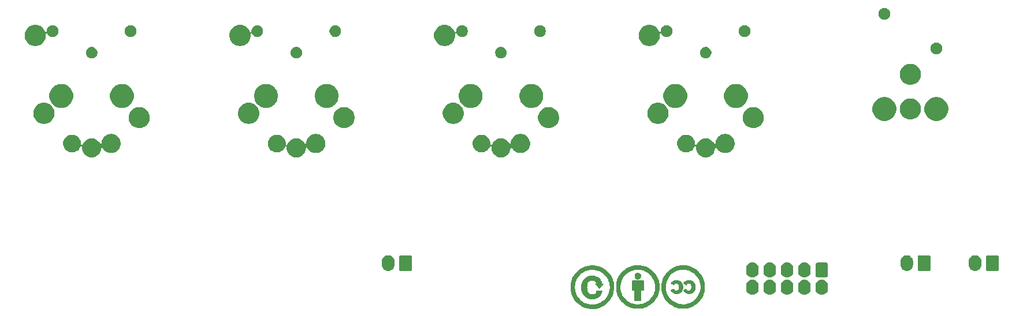
<source format=gbr>
G04 #@! TF.GenerationSoftware,KiCad,Pcbnew,5.1.5*
G04 #@! TF.CreationDate,2019-12-15T20:35:18-05:00*
G04 #@! TF.ProjectId,input_output_board,696e7075-745f-46f7-9574-7075745f626f,1*
G04 #@! TF.SameCoordinates,Original*
G04 #@! TF.FileFunction,Soldermask,Bot*
G04 #@! TF.FilePolarity,Negative*
%FSLAX46Y46*%
G04 Gerber Fmt 4.6, Leading zero omitted, Abs format (unit mm)*
G04 Created by KiCad (PCBNEW 5.1.5) date 2019-12-15 20:35:18*
%MOMM*%
%LPD*%
G04 APERTURE LIST*
%ADD10C,0.010000*%
%ADD11C,0.100000*%
G04 APERTURE END LIST*
D10*
G36*
X143964017Y-141444870D02*
G01*
X143897373Y-141451962D01*
X143834466Y-141465651D01*
X143777671Y-141485938D01*
X143735964Y-141508374D01*
X143696564Y-141538597D01*
X143660272Y-141574962D01*
X143631130Y-141613313D01*
X143626351Y-141621135D01*
X143604223Y-141668132D01*
X143586752Y-141723908D01*
X143574503Y-141785536D01*
X143568041Y-141850087D01*
X143567931Y-141914633D01*
X143568346Y-141921836D01*
X143577809Y-142001600D01*
X143595488Y-142072109D01*
X143621524Y-142133524D01*
X143656057Y-142186004D01*
X143699226Y-142229707D01*
X143751172Y-142264792D01*
X143812036Y-142291419D01*
X143881956Y-142309745D01*
X143915183Y-142315160D01*
X143974486Y-142320173D01*
X144037065Y-142320147D01*
X144095646Y-142315086D01*
X144096118Y-142315020D01*
X144169360Y-142299793D01*
X144233678Y-142275973D01*
X144289151Y-142243480D01*
X144335855Y-142202235D01*
X144373868Y-142152161D01*
X144403269Y-142093178D01*
X144424135Y-142025206D01*
X144433667Y-141972512D01*
X144438995Y-141906408D01*
X144437624Y-141839109D01*
X144429966Y-141773218D01*
X144416437Y-141711339D01*
X144397451Y-141656077D01*
X144376842Y-141615451D01*
X144352450Y-141582353D01*
X144320709Y-141548897D01*
X144285801Y-141519285D01*
X144270237Y-141508374D01*
X144220504Y-141482478D01*
X144162642Y-141463180D01*
X144099025Y-141450479D01*
X144032025Y-141444376D01*
X143964017Y-141444870D01*
G37*
X143964017Y-141444870D02*
X143897373Y-141451962D01*
X143834466Y-141465651D01*
X143777671Y-141485938D01*
X143735964Y-141508374D01*
X143696564Y-141538597D01*
X143660272Y-141574962D01*
X143631130Y-141613313D01*
X143626351Y-141621135D01*
X143604223Y-141668132D01*
X143586752Y-141723908D01*
X143574503Y-141785536D01*
X143568041Y-141850087D01*
X143567931Y-141914633D01*
X143568346Y-141921836D01*
X143577809Y-142001600D01*
X143595488Y-142072109D01*
X143621524Y-142133524D01*
X143656057Y-142186004D01*
X143699226Y-142229707D01*
X143751172Y-142264792D01*
X143812036Y-142291419D01*
X143881956Y-142309745D01*
X143915183Y-142315160D01*
X143974486Y-142320173D01*
X144037065Y-142320147D01*
X144095646Y-142315086D01*
X144096118Y-142315020D01*
X144169360Y-142299793D01*
X144233678Y-142275973D01*
X144289151Y-142243480D01*
X144335855Y-142202235D01*
X144373868Y-142152161D01*
X144403269Y-142093178D01*
X144424135Y-142025206D01*
X144433667Y-141972512D01*
X144438995Y-141906408D01*
X144437624Y-141839109D01*
X144429966Y-141773218D01*
X144416437Y-141711339D01*
X144397451Y-141656077D01*
X144376842Y-141615451D01*
X144352450Y-141582353D01*
X144320709Y-141548897D01*
X144285801Y-141519285D01*
X144270237Y-141508374D01*
X144220504Y-141482478D01*
X144162642Y-141463180D01*
X144099025Y-141450479D01*
X144032025Y-141444376D01*
X143964017Y-141444870D01*
G36*
X143273586Y-142515690D02*
G01*
X143236087Y-142540026D01*
X143202162Y-142573278D01*
X143175330Y-142611959D01*
X143174135Y-142614166D01*
X143159741Y-142641137D01*
X143156425Y-143983691D01*
X143516309Y-143983691D01*
X143516309Y-145515380D01*
X144489893Y-145515380D01*
X144489893Y-143983691D01*
X144849777Y-143983691D01*
X144848119Y-143312414D01*
X144846460Y-142641137D01*
X144832303Y-142612698D01*
X144808253Y-142576148D01*
X144775699Y-142543348D01*
X144738541Y-142518099D01*
X144731739Y-142514684D01*
X144697632Y-142498510D01*
X143308570Y-142498510D01*
X143273586Y-142515690D01*
G37*
X143273586Y-142515690D02*
X143236087Y-142540026D01*
X143202162Y-142573278D01*
X143175330Y-142611959D01*
X143174135Y-142614166D01*
X143159741Y-142641137D01*
X143156425Y-143983691D01*
X143516309Y-143983691D01*
X143516309Y-145515380D01*
X144489893Y-145515380D01*
X144489893Y-143983691D01*
X144849777Y-143983691D01*
X144848119Y-143312414D01*
X144846460Y-142641137D01*
X144832303Y-142612698D01*
X144808253Y-142576148D01*
X144775699Y-142543348D01*
X144738541Y-142518099D01*
X144731739Y-142514684D01*
X144697632Y-142498510D01*
X143308570Y-142498510D01*
X143273586Y-142515690D01*
G36*
X149598713Y-142506995D02*
G01*
X149540283Y-142511648D01*
X149489403Y-142518648D01*
X149487351Y-142519017D01*
X149381756Y-142543454D01*
X149284507Y-142576952D01*
X149195241Y-142619743D01*
X149113592Y-142672058D01*
X149039198Y-142734129D01*
X148971695Y-142806189D01*
X148913177Y-142884768D01*
X148898460Y-142907657D01*
X148886721Y-142927510D01*
X148879529Y-142941587D01*
X148878044Y-142946165D01*
X148881732Y-142951119D01*
X148893647Y-142959878D01*
X148914293Y-142972733D01*
X148944172Y-142989976D01*
X148983786Y-143011900D01*
X149033637Y-143038795D01*
X149078760Y-143062783D01*
X149280298Y-143169398D01*
X149295973Y-143140912D01*
X149335521Y-143079022D01*
X149380734Y-143027641D01*
X149432919Y-142985667D01*
X149493383Y-142951997D01*
X149543848Y-142931909D01*
X149564428Y-142926136D01*
X149587613Y-142922603D01*
X149616809Y-142920951D01*
X149649268Y-142920759D01*
X149719567Y-142925279D01*
X149781432Y-142937965D01*
X149836165Y-142959302D01*
X149885071Y-142989775D01*
X149922119Y-143022303D01*
X149961343Y-143067743D01*
X149993555Y-143118625D01*
X150019060Y-143175946D01*
X150038166Y-143240704D01*
X150051178Y-143313894D01*
X150058403Y-143396515D01*
X150060223Y-143472094D01*
X150057155Y-143565320D01*
X150047673Y-143648724D01*
X150031475Y-143723280D01*
X150008256Y-143789959D01*
X149977712Y-143849735D01*
X149939540Y-143903579D01*
X149917555Y-143928520D01*
X149871341Y-143968782D01*
X149818294Y-144000008D01*
X149760074Y-144022199D01*
X149698343Y-144035356D01*
X149634763Y-144039478D01*
X149570995Y-144034566D01*
X149508701Y-144020620D01*
X149449543Y-143997640D01*
X149395182Y-143965628D01*
X149351060Y-143928423D01*
X149333189Y-143908710D01*
X149313871Y-143884396D01*
X149294735Y-143857921D01*
X149277409Y-143831721D01*
X149263522Y-143808237D01*
X149254704Y-143789906D01*
X149252393Y-143780732D01*
X149248506Y-143773437D01*
X149246152Y-143772851D01*
X149239714Y-143775501D01*
X149223762Y-143782934D01*
X149199869Y-143794371D01*
X149169607Y-143809037D01*
X149134548Y-143826154D01*
X149096265Y-143844946D01*
X149056330Y-143864634D01*
X149016316Y-143884443D01*
X148977796Y-143903595D01*
X148942341Y-143921314D01*
X148911525Y-143936821D01*
X148886919Y-143949341D01*
X148870097Y-143958096D01*
X148862631Y-143962309D01*
X148862477Y-143962434D01*
X148864104Y-143968779D01*
X148871769Y-143983029D01*
X148884118Y-144003128D01*
X148899794Y-144027024D01*
X148917442Y-144052663D01*
X148935707Y-144077991D01*
X148953233Y-144100956D01*
X148957139Y-144105839D01*
X149028457Y-144184398D01*
X149107814Y-144254145D01*
X149194150Y-144314487D01*
X149286404Y-144364834D01*
X149383517Y-144404596D01*
X149484428Y-144433183D01*
X149571753Y-144448175D01*
X149615191Y-144451867D01*
X149666303Y-144453705D01*
X149720497Y-144453683D01*
X149773185Y-144451799D01*
X149816699Y-144448384D01*
X149925085Y-144431217D01*
X150027094Y-144403462D01*
X150122662Y-144365148D01*
X150211724Y-144316306D01*
X150294216Y-144256966D01*
X150359526Y-144197888D01*
X150424569Y-144124886D01*
X150479856Y-144045594D01*
X150525647Y-143959453D01*
X150562201Y-143865901D01*
X150589778Y-143764378D01*
X150607628Y-143662076D01*
X150611696Y-143620980D01*
X150614448Y-143570983D01*
X150615886Y-143515514D01*
X150616007Y-143458002D01*
X150614814Y-143401879D01*
X150612305Y-143350574D01*
X150608481Y-143307518D01*
X150607612Y-143300599D01*
X150587442Y-143190986D01*
X150557065Y-143087844D01*
X150516659Y-142991495D01*
X150466400Y-142902260D01*
X150406465Y-142820459D01*
X150337030Y-142746415D01*
X150272486Y-142691213D01*
X150199638Y-142639548D01*
X150126307Y-142597495D01*
X150049634Y-142563772D01*
X149966764Y-142537095D01*
X149889037Y-142518945D01*
X149842176Y-142511857D01*
X149786425Y-142507119D01*
X149725072Y-142504730D01*
X149661405Y-142504689D01*
X149598713Y-142506995D01*
G37*
X149598713Y-142506995D02*
X149540283Y-142511648D01*
X149489403Y-142518648D01*
X149487351Y-142519017D01*
X149381756Y-142543454D01*
X149284507Y-142576952D01*
X149195241Y-142619743D01*
X149113592Y-142672058D01*
X149039198Y-142734129D01*
X148971695Y-142806189D01*
X148913177Y-142884768D01*
X148898460Y-142907657D01*
X148886721Y-142927510D01*
X148879529Y-142941587D01*
X148878044Y-142946165D01*
X148881732Y-142951119D01*
X148893647Y-142959878D01*
X148914293Y-142972733D01*
X148944172Y-142989976D01*
X148983786Y-143011900D01*
X149033637Y-143038795D01*
X149078760Y-143062783D01*
X149280298Y-143169398D01*
X149295973Y-143140912D01*
X149335521Y-143079022D01*
X149380734Y-143027641D01*
X149432919Y-142985667D01*
X149493383Y-142951997D01*
X149543848Y-142931909D01*
X149564428Y-142926136D01*
X149587613Y-142922603D01*
X149616809Y-142920951D01*
X149649268Y-142920759D01*
X149719567Y-142925279D01*
X149781432Y-142937965D01*
X149836165Y-142959302D01*
X149885071Y-142989775D01*
X149922119Y-143022303D01*
X149961343Y-143067743D01*
X149993555Y-143118625D01*
X150019060Y-143175946D01*
X150038166Y-143240704D01*
X150051178Y-143313894D01*
X150058403Y-143396515D01*
X150060223Y-143472094D01*
X150057155Y-143565320D01*
X150047673Y-143648724D01*
X150031475Y-143723280D01*
X150008256Y-143789959D01*
X149977712Y-143849735D01*
X149939540Y-143903579D01*
X149917555Y-143928520D01*
X149871341Y-143968782D01*
X149818294Y-144000008D01*
X149760074Y-144022199D01*
X149698343Y-144035356D01*
X149634763Y-144039478D01*
X149570995Y-144034566D01*
X149508701Y-144020620D01*
X149449543Y-143997640D01*
X149395182Y-143965628D01*
X149351060Y-143928423D01*
X149333189Y-143908710D01*
X149313871Y-143884396D01*
X149294735Y-143857921D01*
X149277409Y-143831721D01*
X149263522Y-143808237D01*
X149254704Y-143789906D01*
X149252393Y-143780732D01*
X149248506Y-143773437D01*
X149246152Y-143772851D01*
X149239714Y-143775501D01*
X149223762Y-143782934D01*
X149199869Y-143794371D01*
X149169607Y-143809037D01*
X149134548Y-143826154D01*
X149096265Y-143844946D01*
X149056330Y-143864634D01*
X149016316Y-143884443D01*
X148977796Y-143903595D01*
X148942341Y-143921314D01*
X148911525Y-143936821D01*
X148886919Y-143949341D01*
X148870097Y-143958096D01*
X148862631Y-143962309D01*
X148862477Y-143962434D01*
X148864104Y-143968779D01*
X148871769Y-143983029D01*
X148884118Y-144003128D01*
X148899794Y-144027024D01*
X148917442Y-144052663D01*
X148935707Y-144077991D01*
X148953233Y-144100956D01*
X148957139Y-144105839D01*
X149028457Y-144184398D01*
X149107814Y-144254145D01*
X149194150Y-144314487D01*
X149286404Y-144364834D01*
X149383517Y-144404596D01*
X149484428Y-144433183D01*
X149571753Y-144448175D01*
X149615191Y-144451867D01*
X149666303Y-144453705D01*
X149720497Y-144453683D01*
X149773185Y-144451799D01*
X149816699Y-144448384D01*
X149925085Y-144431217D01*
X150027094Y-144403462D01*
X150122662Y-144365148D01*
X150211724Y-144316306D01*
X150294216Y-144256966D01*
X150359526Y-144197888D01*
X150424569Y-144124886D01*
X150479856Y-144045594D01*
X150525647Y-143959453D01*
X150562201Y-143865901D01*
X150589778Y-143764378D01*
X150607628Y-143662076D01*
X150611696Y-143620980D01*
X150614448Y-143570983D01*
X150615886Y-143515514D01*
X150616007Y-143458002D01*
X150614814Y-143401879D01*
X150612305Y-143350574D01*
X150608481Y-143307518D01*
X150607612Y-143300599D01*
X150587442Y-143190986D01*
X150557065Y-143087844D01*
X150516659Y-142991495D01*
X150466400Y-142902260D01*
X150406465Y-142820459D01*
X150337030Y-142746415D01*
X150272486Y-142691213D01*
X150199638Y-142639548D01*
X150126307Y-142597495D01*
X150049634Y-142563772D01*
X149966764Y-142537095D01*
X149889037Y-142518945D01*
X149842176Y-142511857D01*
X149786425Y-142507119D01*
X149725072Y-142504730D01*
X149661405Y-142504689D01*
X149598713Y-142506995D01*
G36*
X151446514Y-142506461D02*
G01*
X151392187Y-142509564D01*
X151343560Y-142514237D01*
X151311056Y-142519037D01*
X151208533Y-142542447D01*
X151114234Y-142574385D01*
X151026962Y-142615315D01*
X150962625Y-142654028D01*
X150897270Y-142703159D01*
X150834298Y-142761337D01*
X150776572Y-142825531D01*
X150726957Y-142892707D01*
X150707322Y-142924332D01*
X150690483Y-142953279D01*
X150791543Y-143006020D01*
X150833094Y-143027687D01*
X150880970Y-143052624D01*
X150930485Y-143078392D01*
X150976955Y-143102553D01*
X150998666Y-143113830D01*
X151104729Y-143168900D01*
X151128891Y-143125289D01*
X151154881Y-143085855D01*
X151188155Y-143046541D01*
X151225574Y-143010466D01*
X151264001Y-142980751D01*
X151289478Y-142965579D01*
X151327961Y-142946898D01*
X151360148Y-142934072D01*
X151390089Y-142926115D01*
X151421830Y-142922038D01*
X151459418Y-142920852D01*
X151472412Y-142920913D01*
X151545804Y-142926784D01*
X151612091Y-142942801D01*
X151671220Y-142968905D01*
X151723137Y-143005036D01*
X151767786Y-143051134D01*
X151805113Y-143107143D01*
X151835064Y-143173001D01*
X151857583Y-143248650D01*
X151872617Y-143334032D01*
X151875157Y-143356479D01*
X151881310Y-143458253D01*
X151878666Y-143554590D01*
X151867386Y-143644769D01*
X151847629Y-143728071D01*
X151819557Y-143803777D01*
X151783329Y-143871166D01*
X151750415Y-143916409D01*
X151719824Y-143946735D01*
X151680577Y-143975640D01*
X151636380Y-144000710D01*
X151593335Y-144018723D01*
X151571286Y-144025819D01*
X151551970Y-144030627D01*
X151531958Y-144033587D01*
X151507822Y-144035137D01*
X151476135Y-144035714D01*
X151460010Y-144035771D01*
X151408319Y-144034583D01*
X151365472Y-144030427D01*
X151328127Y-144022635D01*
X151292941Y-144010541D01*
X151262068Y-143996298D01*
X151206982Y-143961594D01*
X151157551Y-143916487D01*
X151114853Y-143862102D01*
X151086532Y-143813200D01*
X151076846Y-143794096D01*
X151069463Y-143779953D01*
X151066006Y-143773873D01*
X151060271Y-143776038D01*
X151045070Y-143783080D01*
X151021969Y-143794210D01*
X150992537Y-143808639D01*
X150958338Y-143825579D01*
X150920941Y-143844242D01*
X150881912Y-143863839D01*
X150842818Y-143883581D01*
X150805226Y-143902680D01*
X150770702Y-143920347D01*
X150740813Y-143935794D01*
X150717127Y-143948232D01*
X150701209Y-143956872D01*
X150695079Y-143960552D01*
X150691113Y-143964629D01*
X150690379Y-143970342D01*
X150693704Y-143979551D01*
X150701913Y-143994118D01*
X150715833Y-144015906D01*
X150727414Y-144033438D01*
X150776620Y-144102628D01*
X150826649Y-144162389D01*
X150880241Y-144215545D01*
X150940138Y-144264919D01*
X150980497Y-144294078D01*
X151045914Y-144334299D01*
X151119532Y-144370903D01*
X151197303Y-144402217D01*
X151275180Y-144426571D01*
X151332886Y-144439568D01*
X151364707Y-144443964D01*
X151405564Y-144447563D01*
X151452110Y-144450261D01*
X151500998Y-144451955D01*
X151548881Y-144452539D01*
X151592413Y-144451911D01*
X151628246Y-144449965D01*
X151637662Y-144449034D01*
X151746000Y-144431041D01*
X151848229Y-144402783D01*
X151943890Y-144364617D01*
X152032525Y-144316900D01*
X152113674Y-144259991D01*
X152186879Y-144194247D01*
X152251680Y-144120027D01*
X152307619Y-144037686D01*
X152354237Y-143947585D01*
X152386018Y-143865680D01*
X152413868Y-143764847D01*
X152432646Y-143657957D01*
X152442352Y-143547378D01*
X152442985Y-143435477D01*
X152434543Y-143324623D01*
X152417025Y-143217182D01*
X152390431Y-143115522D01*
X152386397Y-143103125D01*
X152350638Y-143011570D01*
X152306562Y-142927825D01*
X152252817Y-142849649D01*
X152189003Y-142775800D01*
X152113145Y-142704840D01*
X152030958Y-142644401D01*
X151942198Y-142594355D01*
X151846624Y-142554571D01*
X151743993Y-142524922D01*
X151698755Y-142515466D01*
X151660881Y-142510304D01*
X151613723Y-142506850D01*
X151560278Y-142505076D01*
X151503543Y-142504956D01*
X151446514Y-142506461D01*
G37*
X151446514Y-142506461D02*
X151392187Y-142509564D01*
X151343560Y-142514237D01*
X151311056Y-142519037D01*
X151208533Y-142542447D01*
X151114234Y-142574385D01*
X151026962Y-142615315D01*
X150962625Y-142654028D01*
X150897270Y-142703159D01*
X150834298Y-142761337D01*
X150776572Y-142825531D01*
X150726957Y-142892707D01*
X150707322Y-142924332D01*
X150690483Y-142953279D01*
X150791543Y-143006020D01*
X150833094Y-143027687D01*
X150880970Y-143052624D01*
X150930485Y-143078392D01*
X150976955Y-143102553D01*
X150998666Y-143113830D01*
X151104729Y-143168900D01*
X151128891Y-143125289D01*
X151154881Y-143085855D01*
X151188155Y-143046541D01*
X151225574Y-143010466D01*
X151264001Y-142980751D01*
X151289478Y-142965579D01*
X151327961Y-142946898D01*
X151360148Y-142934072D01*
X151390089Y-142926115D01*
X151421830Y-142922038D01*
X151459418Y-142920852D01*
X151472412Y-142920913D01*
X151545804Y-142926784D01*
X151612091Y-142942801D01*
X151671220Y-142968905D01*
X151723137Y-143005036D01*
X151767786Y-143051134D01*
X151805113Y-143107143D01*
X151835064Y-143173001D01*
X151857583Y-143248650D01*
X151872617Y-143334032D01*
X151875157Y-143356479D01*
X151881310Y-143458253D01*
X151878666Y-143554590D01*
X151867386Y-143644769D01*
X151847629Y-143728071D01*
X151819557Y-143803777D01*
X151783329Y-143871166D01*
X151750415Y-143916409D01*
X151719824Y-143946735D01*
X151680577Y-143975640D01*
X151636380Y-144000710D01*
X151593335Y-144018723D01*
X151571286Y-144025819D01*
X151551970Y-144030627D01*
X151531958Y-144033587D01*
X151507822Y-144035137D01*
X151476135Y-144035714D01*
X151460010Y-144035771D01*
X151408319Y-144034583D01*
X151365472Y-144030427D01*
X151328127Y-144022635D01*
X151292941Y-144010541D01*
X151262068Y-143996298D01*
X151206982Y-143961594D01*
X151157551Y-143916487D01*
X151114853Y-143862102D01*
X151086532Y-143813200D01*
X151076846Y-143794096D01*
X151069463Y-143779953D01*
X151066006Y-143773873D01*
X151060271Y-143776038D01*
X151045070Y-143783080D01*
X151021969Y-143794210D01*
X150992537Y-143808639D01*
X150958338Y-143825579D01*
X150920941Y-143844242D01*
X150881912Y-143863839D01*
X150842818Y-143883581D01*
X150805226Y-143902680D01*
X150770702Y-143920347D01*
X150740813Y-143935794D01*
X150717127Y-143948232D01*
X150701209Y-143956872D01*
X150695079Y-143960552D01*
X150691113Y-143964629D01*
X150690379Y-143970342D01*
X150693704Y-143979551D01*
X150701913Y-143994118D01*
X150715833Y-144015906D01*
X150727414Y-144033438D01*
X150776620Y-144102628D01*
X150826649Y-144162389D01*
X150880241Y-144215545D01*
X150940138Y-144264919D01*
X150980497Y-144294078D01*
X151045914Y-144334299D01*
X151119532Y-144370903D01*
X151197303Y-144402217D01*
X151275180Y-144426571D01*
X151332886Y-144439568D01*
X151364707Y-144443964D01*
X151405564Y-144447563D01*
X151452110Y-144450261D01*
X151500998Y-144451955D01*
X151548881Y-144452539D01*
X151592413Y-144451911D01*
X151628246Y-144449965D01*
X151637662Y-144449034D01*
X151746000Y-144431041D01*
X151848229Y-144402783D01*
X151943890Y-144364617D01*
X152032525Y-144316900D01*
X152113674Y-144259991D01*
X152186879Y-144194247D01*
X152251680Y-144120027D01*
X152307619Y-144037686D01*
X152354237Y-143947585D01*
X152386018Y-143865680D01*
X152413868Y-143764847D01*
X152432646Y-143657957D01*
X152442352Y-143547378D01*
X152442985Y-143435477D01*
X152434543Y-143324623D01*
X152417025Y-143217182D01*
X152390431Y-143115522D01*
X152386397Y-143103125D01*
X152350638Y-143011570D01*
X152306562Y-142927825D01*
X152252817Y-142849649D01*
X152189003Y-142775800D01*
X152113145Y-142704840D01*
X152030958Y-142644401D01*
X151942198Y-142594355D01*
X151846624Y-142554571D01*
X151743993Y-142524922D01*
X151698755Y-142515466D01*
X151660881Y-142510304D01*
X151613723Y-142506850D01*
X151560278Y-142505076D01*
X151503543Y-142504956D01*
X151446514Y-142506461D01*
G36*
X137253629Y-141847228D02*
G01*
X137107942Y-141858972D01*
X136968141Y-141881382D01*
X136834377Y-141914392D01*
X136706799Y-141957939D01*
X136585555Y-142011959D01*
X136470797Y-142076388D01*
X136362672Y-142151163D01*
X136261331Y-142236220D01*
X136166923Y-142331494D01*
X136108050Y-142400482D01*
X136024425Y-142514266D01*
X135951279Y-142634597D01*
X135888662Y-142761302D01*
X135836630Y-142894209D01*
X135795233Y-143033146D01*
X135764527Y-143177939D01*
X135744562Y-143328417D01*
X135735394Y-143484406D01*
X135735824Y-143611621D01*
X135745558Y-143764367D01*
X135765516Y-143910268D01*
X135795790Y-144049629D01*
X135836471Y-144182756D01*
X135887650Y-144309952D01*
X135949418Y-144431523D01*
X136009469Y-144529394D01*
X136094154Y-144646545D01*
X136185605Y-144753302D01*
X136283788Y-144849646D01*
X136388670Y-144935554D01*
X136500216Y-145011006D01*
X136618392Y-145075980D01*
X136743163Y-145130454D01*
X136874495Y-145174407D01*
X137012355Y-145207819D01*
X137129102Y-145227182D01*
X137164415Y-145230919D01*
X137208582Y-145234087D01*
X137258820Y-145236623D01*
X137312349Y-145238463D01*
X137366388Y-145239545D01*
X137418155Y-145239805D01*
X137464869Y-145239180D01*
X137503750Y-145237608D01*
X137522876Y-145236112D01*
X137657275Y-145217088D01*
X137785023Y-145187771D01*
X137906653Y-145147977D01*
X138022699Y-145097524D01*
X138133692Y-145036228D01*
X138167798Y-145014577D01*
X138272247Y-144939160D01*
X138366891Y-144856202D01*
X138451751Y-144765667D01*
X138526852Y-144667521D01*
X138592213Y-144561729D01*
X138647858Y-144448256D01*
X138693808Y-144327068D01*
X138730085Y-144198130D01*
X138750592Y-144098413D01*
X138755321Y-144071863D01*
X138759567Y-144048641D01*
X138762651Y-144032431D01*
X138763426Y-144028649D01*
X138766447Y-144014697D01*
X137972461Y-144014697D01*
X137972461Y-144043178D01*
X137970399Y-144071464D01*
X137964750Y-144107682D01*
X137956319Y-144148167D01*
X137945913Y-144189254D01*
X137934338Y-144227277D01*
X137928230Y-144244344D01*
X137895460Y-144313199D01*
X137852571Y-144375168D01*
X137800037Y-144429814D01*
X137738335Y-144476699D01*
X137667938Y-144515388D01*
X137607572Y-144539500D01*
X137565489Y-144552987D01*
X137526148Y-144563402D01*
X137486945Y-144571096D01*
X137445275Y-144576419D01*
X137398534Y-144579719D01*
X137344118Y-144581348D01*
X137293433Y-144581681D01*
X137238056Y-144581251D01*
X137192578Y-144579711D01*
X137154512Y-144576589D01*
X137121372Y-144571413D01*
X137090671Y-144563713D01*
X137059923Y-144553018D01*
X137026640Y-144538855D01*
X136998877Y-144525845D01*
X136925330Y-144483747D01*
X136856773Y-144430778D01*
X136793678Y-144367619D01*
X136736516Y-144294949D01*
X136685760Y-144213449D01*
X136641880Y-144123797D01*
X136605350Y-144026675D01*
X136576639Y-143922761D01*
X136574824Y-143914754D01*
X136554222Y-143801473D01*
X136541020Y-143681199D01*
X136535184Y-143556793D01*
X136536684Y-143431118D01*
X136545488Y-143307036D01*
X136561565Y-143187406D01*
X136584079Y-143078320D01*
X136614340Y-142975755D01*
X136651968Y-142882765D01*
X136696852Y-142799480D01*
X136748877Y-142726030D01*
X136807931Y-142662545D01*
X136873900Y-142609154D01*
X136946671Y-142565988D01*
X137026132Y-142533176D01*
X137070643Y-142520099D01*
X137136212Y-142507518D01*
X137209611Y-142500691D01*
X137287762Y-142499471D01*
X137367588Y-142503711D01*
X137446009Y-142513265D01*
X137519947Y-142527986D01*
X137576096Y-142544156D01*
X137656734Y-142577066D01*
X137728107Y-142618179D01*
X137790398Y-142667662D01*
X137843790Y-142725686D01*
X137888467Y-142792419D01*
X137922595Y-142863028D01*
X137934478Y-142894835D01*
X137946042Y-142930529D01*
X137956454Y-142966999D01*
X137964882Y-143001132D01*
X137970494Y-143029819D01*
X137972461Y-143049489D01*
X137972461Y-143065631D01*
X137863907Y-143067325D01*
X137755353Y-143069018D01*
X138060818Y-143374426D01*
X138366282Y-143679834D01*
X138673193Y-143372876D01*
X138980105Y-143065917D01*
X138743108Y-143065917D01*
X138735484Y-143017858D01*
X138731112Y-142994114D01*
X138724370Y-142962075D01*
X138716075Y-142925436D01*
X138707045Y-142887887D01*
X138704158Y-142876378D01*
X138665543Y-142746936D01*
X138617319Y-142624780D01*
X138559702Y-142510199D01*
X138492904Y-142403485D01*
X138417140Y-142304929D01*
X138332625Y-142214823D01*
X138239571Y-142133457D01*
X138138195Y-142061122D01*
X138077549Y-142024487D01*
X137973893Y-141971012D01*
X137868521Y-141927585D01*
X137759865Y-141893790D01*
X137646353Y-141869211D01*
X137526415Y-141853432D01*
X137405054Y-141846212D01*
X137253629Y-141847228D01*
G37*
X137253629Y-141847228D02*
X137107942Y-141858972D01*
X136968141Y-141881382D01*
X136834377Y-141914392D01*
X136706799Y-141957939D01*
X136585555Y-142011959D01*
X136470797Y-142076388D01*
X136362672Y-142151163D01*
X136261331Y-142236220D01*
X136166923Y-142331494D01*
X136108050Y-142400482D01*
X136024425Y-142514266D01*
X135951279Y-142634597D01*
X135888662Y-142761302D01*
X135836630Y-142894209D01*
X135795233Y-143033146D01*
X135764527Y-143177939D01*
X135744562Y-143328417D01*
X135735394Y-143484406D01*
X135735824Y-143611621D01*
X135745558Y-143764367D01*
X135765516Y-143910268D01*
X135795790Y-144049629D01*
X135836471Y-144182756D01*
X135887650Y-144309952D01*
X135949418Y-144431523D01*
X136009469Y-144529394D01*
X136094154Y-144646545D01*
X136185605Y-144753302D01*
X136283788Y-144849646D01*
X136388670Y-144935554D01*
X136500216Y-145011006D01*
X136618392Y-145075980D01*
X136743163Y-145130454D01*
X136874495Y-145174407D01*
X137012355Y-145207819D01*
X137129102Y-145227182D01*
X137164415Y-145230919D01*
X137208582Y-145234087D01*
X137258820Y-145236623D01*
X137312349Y-145238463D01*
X137366388Y-145239545D01*
X137418155Y-145239805D01*
X137464869Y-145239180D01*
X137503750Y-145237608D01*
X137522876Y-145236112D01*
X137657275Y-145217088D01*
X137785023Y-145187771D01*
X137906653Y-145147977D01*
X138022699Y-145097524D01*
X138133692Y-145036228D01*
X138167798Y-145014577D01*
X138272247Y-144939160D01*
X138366891Y-144856202D01*
X138451751Y-144765667D01*
X138526852Y-144667521D01*
X138592213Y-144561729D01*
X138647858Y-144448256D01*
X138693808Y-144327068D01*
X138730085Y-144198130D01*
X138750592Y-144098413D01*
X138755321Y-144071863D01*
X138759567Y-144048641D01*
X138762651Y-144032431D01*
X138763426Y-144028649D01*
X138766447Y-144014697D01*
X137972461Y-144014697D01*
X137972461Y-144043178D01*
X137970399Y-144071464D01*
X137964750Y-144107682D01*
X137956319Y-144148167D01*
X137945913Y-144189254D01*
X137934338Y-144227277D01*
X137928230Y-144244344D01*
X137895460Y-144313199D01*
X137852571Y-144375168D01*
X137800037Y-144429814D01*
X137738335Y-144476699D01*
X137667938Y-144515388D01*
X137607572Y-144539500D01*
X137565489Y-144552987D01*
X137526148Y-144563402D01*
X137486945Y-144571096D01*
X137445275Y-144576419D01*
X137398534Y-144579719D01*
X137344118Y-144581348D01*
X137293433Y-144581681D01*
X137238056Y-144581251D01*
X137192578Y-144579711D01*
X137154512Y-144576589D01*
X137121372Y-144571413D01*
X137090671Y-144563713D01*
X137059923Y-144553018D01*
X137026640Y-144538855D01*
X136998877Y-144525845D01*
X136925330Y-144483747D01*
X136856773Y-144430778D01*
X136793678Y-144367619D01*
X136736516Y-144294949D01*
X136685760Y-144213449D01*
X136641880Y-144123797D01*
X136605350Y-144026675D01*
X136576639Y-143922761D01*
X136574824Y-143914754D01*
X136554222Y-143801473D01*
X136541020Y-143681199D01*
X136535184Y-143556793D01*
X136536684Y-143431118D01*
X136545488Y-143307036D01*
X136561565Y-143187406D01*
X136584079Y-143078320D01*
X136614340Y-142975755D01*
X136651968Y-142882765D01*
X136696852Y-142799480D01*
X136748877Y-142726030D01*
X136807931Y-142662545D01*
X136873900Y-142609154D01*
X136946671Y-142565988D01*
X137026132Y-142533176D01*
X137070643Y-142520099D01*
X137136212Y-142507518D01*
X137209611Y-142500691D01*
X137287762Y-142499471D01*
X137367588Y-142503711D01*
X137446009Y-142513265D01*
X137519947Y-142527986D01*
X137576096Y-142544156D01*
X137656734Y-142577066D01*
X137728107Y-142618179D01*
X137790398Y-142667662D01*
X137843790Y-142725686D01*
X137888467Y-142792419D01*
X137922595Y-142863028D01*
X137934478Y-142894835D01*
X137946042Y-142930529D01*
X137956454Y-142966999D01*
X137964882Y-143001132D01*
X137970494Y-143029819D01*
X137972461Y-143049489D01*
X137972461Y-143065631D01*
X137863907Y-143067325D01*
X137755353Y-143069018D01*
X138060818Y-143374426D01*
X138366282Y-143679834D01*
X138673193Y-143372876D01*
X138980105Y-143065917D01*
X138743108Y-143065917D01*
X138735484Y-143017858D01*
X138731112Y-142994114D01*
X138724370Y-142962075D01*
X138716075Y-142925436D01*
X138707045Y-142887887D01*
X138704158Y-142876378D01*
X138665543Y-142746936D01*
X138617319Y-142624780D01*
X138559702Y-142510199D01*
X138492904Y-142403485D01*
X138417140Y-142304929D01*
X138332625Y-142214823D01*
X138239571Y-142133457D01*
X138138195Y-142061122D01*
X138077549Y-142024487D01*
X137973893Y-141971012D01*
X137868521Y-141927585D01*
X137759865Y-141893790D01*
X137646353Y-141869211D01*
X137526415Y-141853432D01*
X137405054Y-141846212D01*
X137253629Y-141847228D01*
G36*
X143891344Y-140331147D02*
G01*
X143811194Y-140333671D01*
X143746966Y-140337481D01*
X143545721Y-140358534D01*
X143350287Y-140390529D01*
X143160553Y-140433513D01*
X142976408Y-140487532D01*
X142797738Y-140552634D01*
X142624432Y-140628864D01*
X142456378Y-140716269D01*
X142293464Y-140814896D01*
X142135577Y-140924791D01*
X141982606Y-141046001D01*
X141928809Y-141092335D01*
X141886775Y-141130514D01*
X141839386Y-141175579D01*
X141788802Y-141225322D01*
X141737186Y-141277531D01*
X141686699Y-141329996D01*
X141639505Y-141380506D01*
X141597763Y-141426852D01*
X141569680Y-141459527D01*
X141447963Y-141614213D01*
X141337818Y-141773039D01*
X141239155Y-141936234D01*
X141151881Y-142104021D01*
X141075908Y-142276629D01*
X141011143Y-142454282D01*
X140957496Y-142637208D01*
X140914876Y-142825632D01*
X140883192Y-143019780D01*
X140862354Y-143219878D01*
X140862273Y-143220947D01*
X140859982Y-143260431D01*
X140858217Y-143309707D01*
X140856980Y-143366224D01*
X140856270Y-143427430D01*
X140856088Y-143490774D01*
X140856433Y-143553704D01*
X140857305Y-143613670D01*
X140858704Y-143668120D01*
X140860630Y-143714503D01*
X140862279Y-143740631D01*
X140883117Y-143940949D01*
X140914623Y-144134976D01*
X140956861Y-144322852D01*
X141009893Y-144504718D01*
X141073783Y-144680714D01*
X141148595Y-144850980D01*
X141234390Y-145015656D01*
X141331234Y-145174883D01*
X141439188Y-145328799D01*
X141558316Y-145477547D01*
X141688682Y-145621265D01*
X141730053Y-145663482D01*
X141880662Y-145806564D01*
X142035715Y-145938239D01*
X142195119Y-146058443D01*
X142358779Y-146167114D01*
X142526603Y-146264189D01*
X142698498Y-146349605D01*
X142842726Y-146411022D01*
X143012562Y-146472646D01*
X143183304Y-146523638D01*
X143356098Y-146564186D01*
X143532089Y-146594482D01*
X143712423Y-146614713D01*
X143898246Y-146625070D01*
X144090702Y-146625742D01*
X144133325Y-146624632D01*
X144328090Y-146612550D01*
X144519430Y-146588571D01*
X144707207Y-146552755D01*
X144891278Y-146505167D01*
X145071503Y-146445867D01*
X145247741Y-146374918D01*
X145419851Y-146292382D01*
X145587693Y-146198322D01*
X145751126Y-146092798D01*
X145910009Y-145975875D01*
X146064200Y-145847613D01*
X146213560Y-145708075D01*
X146217157Y-145704516D01*
X146357874Y-145557178D01*
X146486996Y-145405471D01*
X146604573Y-145249293D01*
X146710656Y-145088541D01*
X146805296Y-144923111D01*
X146888543Y-144752902D01*
X146960448Y-144577809D01*
X147021061Y-144397730D01*
X147070434Y-144212563D01*
X147108615Y-144022203D01*
X147134401Y-143837963D01*
X147142685Y-143745192D01*
X147148056Y-143643515D01*
X147150559Y-143535943D01*
X147150507Y-143517789D01*
X146590314Y-143517789D01*
X146582405Y-143687917D01*
X146563615Y-143856775D01*
X146533963Y-144023415D01*
X146493464Y-144186891D01*
X146442136Y-144346258D01*
X146379996Y-144500568D01*
X146372260Y-144517722D01*
X146298408Y-144665441D01*
X146213361Y-144809973D01*
X146118001Y-144950432D01*
X146013208Y-145085936D01*
X145899863Y-145215599D01*
X145778846Y-145338538D01*
X145651036Y-145453868D01*
X145517316Y-145560706D01*
X145378565Y-145658168D01*
X145235663Y-145745369D01*
X145089491Y-145821426D01*
X145060401Y-145835012D01*
X144901689Y-145900932D01*
X144737784Y-145955658D01*
X144568988Y-145999116D01*
X144395605Y-146031229D01*
X144217937Y-146051921D01*
X144179834Y-146054828D01*
X144136065Y-146056948D01*
X144082864Y-146058063D01*
X144023158Y-146058232D01*
X143959873Y-146057515D01*
X143895933Y-146055969D01*
X143834266Y-146053654D01*
X143777796Y-146050627D01*
X143729450Y-146046949D01*
X143714746Y-146045493D01*
X143539192Y-146020913D01*
X143368773Y-145985221D01*
X143203190Y-145938292D01*
X143042145Y-145879998D01*
X142885341Y-145810214D01*
X142732480Y-145728812D01*
X142583264Y-145635668D01*
X142437394Y-145530655D01*
X142365991Y-145473960D01*
X142226170Y-145352678D01*
X142097979Y-145227335D01*
X141981254Y-145097703D01*
X141875830Y-144963554D01*
X141781541Y-144824660D01*
X141698223Y-144680794D01*
X141625712Y-144531727D01*
X141563842Y-144377232D01*
X141555123Y-144352579D01*
X141509144Y-144203208D01*
X141472325Y-144046999D01*
X141444727Y-143885546D01*
X141426414Y-143720441D01*
X141417449Y-143553279D01*
X141417894Y-143385651D01*
X141427813Y-143219151D01*
X141447267Y-143055373D01*
X141476320Y-142895909D01*
X141494627Y-142817653D01*
X141542591Y-142651527D01*
X141601295Y-142491023D01*
X141670892Y-142335880D01*
X141751533Y-142185837D01*
X141843373Y-142040631D01*
X141946564Y-141900001D01*
X142061259Y-141763685D01*
X142186784Y-141632237D01*
X142313762Y-141513725D01*
X142442838Y-141406855D01*
X142575124Y-141310906D01*
X142711735Y-141225155D01*
X142853783Y-141148881D01*
X143002385Y-141081362D01*
X143091529Y-141046111D01*
X143235919Y-140997874D01*
X143387591Y-140958509D01*
X143545044Y-140928134D01*
X143706774Y-140906864D01*
X143871281Y-140894817D01*
X144037062Y-140892110D01*
X144202616Y-140898858D01*
X144366441Y-140915178D01*
X144502295Y-140936496D01*
X144672595Y-140974022D01*
X144837736Y-141022824D01*
X144997775Y-141082927D01*
X145152768Y-141154355D01*
X145302771Y-141237132D01*
X145447841Y-141331281D01*
X145477376Y-141352277D01*
X145608712Y-141453851D01*
X145735190Y-141565137D01*
X145855872Y-141684955D01*
X145969820Y-141812127D01*
X146076097Y-141945472D01*
X146173765Y-142083810D01*
X146261887Y-142225963D01*
X146339524Y-142370750D01*
X146405739Y-142516993D01*
X146408324Y-142523315D01*
X146466056Y-142681198D01*
X146512805Y-142843488D01*
X146548588Y-143009239D01*
X146573423Y-143177503D01*
X146587326Y-143347335D01*
X146590314Y-143517789D01*
X147150507Y-143517789D01*
X147150239Y-143425488D01*
X147147144Y-143315160D01*
X147141320Y-143207970D01*
X147132811Y-143106931D01*
X147121845Y-143016308D01*
X147088039Y-142822432D01*
X147042972Y-142633577D01*
X146986582Y-142449611D01*
X146918808Y-142270398D01*
X146839588Y-142095806D01*
X146748861Y-141925700D01*
X146646565Y-141759946D01*
X146532638Y-141598412D01*
X146407020Y-141440962D01*
X146386061Y-141416406D01*
X146250668Y-141268170D01*
X146108788Y-141130227D01*
X145960695Y-141002724D01*
X145806659Y-140885808D01*
X145646955Y-140779624D01*
X145481853Y-140684320D01*
X145311627Y-140600042D01*
X145136549Y-140526936D01*
X144956891Y-140465149D01*
X144772927Y-140414827D01*
X144584927Y-140376116D01*
X144403076Y-140350257D01*
X144329243Y-140343289D01*
X144246794Y-140337756D01*
X144158755Y-140333716D01*
X144068150Y-140331229D01*
X143978005Y-140330353D01*
X143891344Y-140331147D01*
G37*
X143891344Y-140331147D02*
X143811194Y-140333671D01*
X143746966Y-140337481D01*
X143545721Y-140358534D01*
X143350287Y-140390529D01*
X143160553Y-140433513D01*
X142976408Y-140487532D01*
X142797738Y-140552634D01*
X142624432Y-140628864D01*
X142456378Y-140716269D01*
X142293464Y-140814896D01*
X142135577Y-140924791D01*
X141982606Y-141046001D01*
X141928809Y-141092335D01*
X141886775Y-141130514D01*
X141839386Y-141175579D01*
X141788802Y-141225322D01*
X141737186Y-141277531D01*
X141686699Y-141329996D01*
X141639505Y-141380506D01*
X141597763Y-141426852D01*
X141569680Y-141459527D01*
X141447963Y-141614213D01*
X141337818Y-141773039D01*
X141239155Y-141936234D01*
X141151881Y-142104021D01*
X141075908Y-142276629D01*
X141011143Y-142454282D01*
X140957496Y-142637208D01*
X140914876Y-142825632D01*
X140883192Y-143019780D01*
X140862354Y-143219878D01*
X140862273Y-143220947D01*
X140859982Y-143260431D01*
X140858217Y-143309707D01*
X140856980Y-143366224D01*
X140856270Y-143427430D01*
X140856088Y-143490774D01*
X140856433Y-143553704D01*
X140857305Y-143613670D01*
X140858704Y-143668120D01*
X140860630Y-143714503D01*
X140862279Y-143740631D01*
X140883117Y-143940949D01*
X140914623Y-144134976D01*
X140956861Y-144322852D01*
X141009893Y-144504718D01*
X141073783Y-144680714D01*
X141148595Y-144850980D01*
X141234390Y-145015656D01*
X141331234Y-145174883D01*
X141439188Y-145328799D01*
X141558316Y-145477547D01*
X141688682Y-145621265D01*
X141730053Y-145663482D01*
X141880662Y-145806564D01*
X142035715Y-145938239D01*
X142195119Y-146058443D01*
X142358779Y-146167114D01*
X142526603Y-146264189D01*
X142698498Y-146349605D01*
X142842726Y-146411022D01*
X143012562Y-146472646D01*
X143183304Y-146523638D01*
X143356098Y-146564186D01*
X143532089Y-146594482D01*
X143712423Y-146614713D01*
X143898246Y-146625070D01*
X144090702Y-146625742D01*
X144133325Y-146624632D01*
X144328090Y-146612550D01*
X144519430Y-146588571D01*
X144707207Y-146552755D01*
X144891278Y-146505167D01*
X145071503Y-146445867D01*
X145247741Y-146374918D01*
X145419851Y-146292382D01*
X145587693Y-146198322D01*
X145751126Y-146092798D01*
X145910009Y-145975875D01*
X146064200Y-145847613D01*
X146213560Y-145708075D01*
X146217157Y-145704516D01*
X146357874Y-145557178D01*
X146486996Y-145405471D01*
X146604573Y-145249293D01*
X146710656Y-145088541D01*
X146805296Y-144923111D01*
X146888543Y-144752902D01*
X146960448Y-144577809D01*
X147021061Y-144397730D01*
X147070434Y-144212563D01*
X147108615Y-144022203D01*
X147134401Y-143837963D01*
X147142685Y-143745192D01*
X147148056Y-143643515D01*
X147150559Y-143535943D01*
X147150507Y-143517789D01*
X146590314Y-143517789D01*
X146582405Y-143687917D01*
X146563615Y-143856775D01*
X146533963Y-144023415D01*
X146493464Y-144186891D01*
X146442136Y-144346258D01*
X146379996Y-144500568D01*
X146372260Y-144517722D01*
X146298408Y-144665441D01*
X146213361Y-144809973D01*
X146118001Y-144950432D01*
X146013208Y-145085936D01*
X145899863Y-145215599D01*
X145778846Y-145338538D01*
X145651036Y-145453868D01*
X145517316Y-145560706D01*
X145378565Y-145658168D01*
X145235663Y-145745369D01*
X145089491Y-145821426D01*
X145060401Y-145835012D01*
X144901689Y-145900932D01*
X144737784Y-145955658D01*
X144568988Y-145999116D01*
X144395605Y-146031229D01*
X144217937Y-146051921D01*
X144179834Y-146054828D01*
X144136065Y-146056948D01*
X144082864Y-146058063D01*
X144023158Y-146058232D01*
X143959873Y-146057515D01*
X143895933Y-146055969D01*
X143834266Y-146053654D01*
X143777796Y-146050627D01*
X143729450Y-146046949D01*
X143714746Y-146045493D01*
X143539192Y-146020913D01*
X143368773Y-145985221D01*
X143203190Y-145938292D01*
X143042145Y-145879998D01*
X142885341Y-145810214D01*
X142732480Y-145728812D01*
X142583264Y-145635668D01*
X142437394Y-145530655D01*
X142365991Y-145473960D01*
X142226170Y-145352678D01*
X142097979Y-145227335D01*
X141981254Y-145097703D01*
X141875830Y-144963554D01*
X141781541Y-144824660D01*
X141698223Y-144680794D01*
X141625712Y-144531727D01*
X141563842Y-144377232D01*
X141555123Y-144352579D01*
X141509144Y-144203208D01*
X141472325Y-144046999D01*
X141444727Y-143885546D01*
X141426414Y-143720441D01*
X141417449Y-143553279D01*
X141417894Y-143385651D01*
X141427813Y-143219151D01*
X141447267Y-143055373D01*
X141476320Y-142895909D01*
X141494627Y-142817653D01*
X141542591Y-142651527D01*
X141601295Y-142491023D01*
X141670892Y-142335880D01*
X141751533Y-142185837D01*
X141843373Y-142040631D01*
X141946564Y-141900001D01*
X142061259Y-141763685D01*
X142186784Y-141632237D01*
X142313762Y-141513725D01*
X142442838Y-141406855D01*
X142575124Y-141310906D01*
X142711735Y-141225155D01*
X142853783Y-141148881D01*
X143002385Y-141081362D01*
X143091529Y-141046111D01*
X143235919Y-140997874D01*
X143387591Y-140958509D01*
X143545044Y-140928134D01*
X143706774Y-140906864D01*
X143871281Y-140894817D01*
X144037062Y-140892110D01*
X144202616Y-140898858D01*
X144366441Y-140915178D01*
X144502295Y-140936496D01*
X144672595Y-140974022D01*
X144837736Y-141022824D01*
X144997775Y-141082927D01*
X145152768Y-141154355D01*
X145302771Y-141237132D01*
X145447841Y-141331281D01*
X145477376Y-141352277D01*
X145608712Y-141453851D01*
X145735190Y-141565137D01*
X145855872Y-141684955D01*
X145969820Y-141812127D01*
X146076097Y-141945472D01*
X146173765Y-142083810D01*
X146261887Y-142225963D01*
X146339524Y-142370750D01*
X146405739Y-142516993D01*
X146408324Y-142523315D01*
X146466056Y-142681198D01*
X146512805Y-142843488D01*
X146548588Y-143009239D01*
X146573423Y-143177503D01*
X146587326Y-143347335D01*
X146590314Y-143517789D01*
X147150507Y-143517789D01*
X147150239Y-143425488D01*
X147147144Y-143315160D01*
X147141320Y-143207970D01*
X147132811Y-143106931D01*
X147121845Y-143016308D01*
X147088039Y-142822432D01*
X147042972Y-142633577D01*
X146986582Y-142449611D01*
X146918808Y-142270398D01*
X146839588Y-142095806D01*
X146748861Y-141925700D01*
X146646565Y-141759946D01*
X146532638Y-141598412D01*
X146407020Y-141440962D01*
X146386061Y-141416406D01*
X146250668Y-141268170D01*
X146108788Y-141130227D01*
X145960695Y-141002724D01*
X145806659Y-140885808D01*
X145646955Y-140779624D01*
X145481853Y-140684320D01*
X145311627Y-140600042D01*
X145136549Y-140526936D01*
X144956891Y-140465149D01*
X144772927Y-140414827D01*
X144584927Y-140376116D01*
X144403076Y-140350257D01*
X144329243Y-140343289D01*
X144246794Y-140337756D01*
X144158755Y-140333716D01*
X144068150Y-140331229D01*
X143978005Y-140330353D01*
X143891344Y-140331147D01*
G36*
X150544140Y-140332438D02*
G01*
X150486535Y-140333528D01*
X150436871Y-140335365D01*
X150410948Y-140336902D01*
X150210990Y-140356813D01*
X150016713Y-140387709D01*
X149827917Y-140429657D01*
X149644403Y-140482724D01*
X149465970Y-140546975D01*
X149292418Y-140622478D01*
X149123546Y-140709298D01*
X148959156Y-140807502D01*
X148923731Y-140830536D01*
X148837245Y-140889214D01*
X148757283Y-140947070D01*
X148681398Y-141006117D01*
X148607146Y-141068370D01*
X148532078Y-141135844D01*
X148453749Y-141210551D01*
X148411921Y-141251923D01*
X148340088Y-141325123D01*
X148276278Y-141393319D01*
X148218501Y-141458825D01*
X148164767Y-141523956D01*
X148113087Y-141591028D01*
X148071982Y-141647501D01*
X147964519Y-141809155D01*
X147868018Y-141976539D01*
X147782554Y-142149442D01*
X147708201Y-142327655D01*
X147645034Y-142510969D01*
X147593128Y-142699175D01*
X147552556Y-142892062D01*
X147523394Y-143089422D01*
X147509929Y-143228548D01*
X147507580Y-143268546D01*
X147505782Y-143318095D01*
X147504537Y-143374609D01*
X147503845Y-143435501D01*
X147503705Y-143498185D01*
X147504118Y-143560075D01*
X147505084Y-143618584D01*
X147506604Y-143671126D01*
X147508678Y-143715114D01*
X147509879Y-143732543D01*
X147531573Y-143934793D01*
X147564279Y-144131367D01*
X147608021Y-144322342D01*
X147662822Y-144507794D01*
X147728707Y-144687799D01*
X147805699Y-144862432D01*
X147893822Y-145031770D01*
X147941790Y-145114022D01*
X148030931Y-145251106D01*
X148131383Y-145386642D01*
X148242059Y-145519456D01*
X148361873Y-145648378D01*
X148489740Y-145772234D01*
X148624573Y-145889853D01*
X148757143Y-145994012D01*
X148913941Y-146103406D01*
X149078598Y-146203946D01*
X149249820Y-146295035D01*
X149426312Y-146376078D01*
X149606782Y-146446476D01*
X149789934Y-146505634D01*
X149964378Y-146550685D01*
X150144677Y-146585825D01*
X150327751Y-146610054D01*
X150514702Y-146623470D01*
X150706631Y-146626173D01*
X150777881Y-146624519D01*
X150969240Y-146612242D01*
X151157819Y-146588033D01*
X151343904Y-146551819D01*
X151527785Y-146503527D01*
X151709749Y-146443083D01*
X151890084Y-146370414D01*
X152021216Y-146309433D01*
X152193098Y-146218261D01*
X152358608Y-146117014D01*
X152517318Y-146006205D01*
X152668801Y-145886346D01*
X152812626Y-145757952D01*
X152948367Y-145621533D01*
X153075594Y-145477603D01*
X153193880Y-145326676D01*
X153302795Y-145169262D01*
X153401911Y-145005876D01*
X153490800Y-144837030D01*
X153569033Y-144663237D01*
X153636182Y-144485009D01*
X153688904Y-144313560D01*
X153724565Y-144171917D01*
X153752729Y-144033152D01*
X153773768Y-143894394D01*
X153788056Y-143752771D01*
X153795966Y-143605410D01*
X153797956Y-143475195D01*
X153796084Y-143392007D01*
X153236984Y-143392007D01*
X153236827Y-143566786D01*
X153224429Y-143742295D01*
X153217572Y-143800756D01*
X153189450Y-143970607D01*
X153149328Y-144138398D01*
X153097530Y-144303450D01*
X153034382Y-144465084D01*
X152960208Y-144622620D01*
X152875334Y-144775379D01*
X152780084Y-144922681D01*
X152674782Y-145063847D01*
X152559755Y-145198197D01*
X152538171Y-145221468D01*
X152418546Y-145342243D01*
X152296704Y-145451777D01*
X152171101Y-145551211D01*
X152040196Y-145641686D01*
X151902444Y-145724345D01*
X151756302Y-145800330D01*
X151755517Y-145800710D01*
X151594577Y-145872232D01*
X151432198Y-145931667D01*
X151267662Y-145979179D01*
X151100255Y-146014935D01*
X150929261Y-146039100D01*
X150753966Y-146051841D01*
X150663159Y-146053990D01*
X150619061Y-146053895D01*
X150571610Y-146053062D01*
X150525306Y-146051615D01*
X150484648Y-146049680D01*
X150467823Y-146048567D01*
X150289291Y-146029020D01*
X150113506Y-145997560D01*
X149940980Y-145954472D01*
X149772226Y-145900043D01*
X149607756Y-145834559D01*
X149448085Y-145758305D01*
X149293725Y-145671568D01*
X149145188Y-145574635D01*
X149002989Y-145467790D01*
X148867639Y-145351321D01*
X148739652Y-145225513D01*
X148619542Y-145090653D01*
X148518262Y-144961315D01*
X148430940Y-144832648D01*
X148351745Y-144695414D01*
X148281234Y-144550868D01*
X148219962Y-144400264D01*
X148168484Y-144244858D01*
X148127356Y-144085904D01*
X148123973Y-144070507D01*
X148097754Y-143927927D01*
X148079044Y-143778939D01*
X148067898Y-143626170D01*
X148064368Y-143472246D01*
X148068509Y-143319796D01*
X148080374Y-143171444D01*
X148100018Y-143029819D01*
X148102380Y-143016308D01*
X148139956Y-142839838D01*
X148188804Y-142668476D01*
X148248808Y-142502415D01*
X148319855Y-142341850D01*
X148401827Y-142186973D01*
X148494611Y-142037978D01*
X148598090Y-141895059D01*
X148712150Y-141758409D01*
X148836676Y-141628223D01*
X148971551Y-141504692D01*
X149032251Y-141454034D01*
X149174607Y-141346059D01*
X149321412Y-141249654D01*
X149472738Y-141164790D01*
X149628652Y-141091435D01*
X149789224Y-141029558D01*
X149954523Y-140979127D01*
X150124619Y-140940111D01*
X150198072Y-140927028D01*
X150360297Y-140905892D01*
X150527512Y-140894324D01*
X150696860Y-140892317D01*
X150865484Y-140899862D01*
X151030529Y-140916950D01*
X151114855Y-140929751D01*
X151286330Y-140964865D01*
X151452530Y-141011203D01*
X151613503Y-141068785D01*
X151769296Y-141137633D01*
X151919958Y-141217769D01*
X152065539Y-141309215D01*
X152206085Y-141411992D01*
X152222754Y-141425199D01*
X152328895Y-141515196D01*
X152434390Y-141614625D01*
X152536526Y-141720690D01*
X152632590Y-141830594D01*
X152707415Y-141924902D01*
X152812009Y-142073186D01*
X152905446Y-142226186D01*
X152987605Y-142383457D01*
X153058366Y-142544558D01*
X153117609Y-142709046D01*
X153165212Y-142876477D01*
X153201056Y-143046410D01*
X153225020Y-143218400D01*
X153236984Y-143392007D01*
X153796084Y-143392007D01*
X153794175Y-143307253D01*
X153782678Y-143146707D01*
X153763038Y-142990921D01*
X153734826Y-142837255D01*
X153697614Y-142683070D01*
X153650973Y-142525728D01*
X153636924Y-142483007D01*
X153573486Y-142309881D01*
X153501349Y-142143458D01*
X153419854Y-141982582D01*
X153328342Y-141826096D01*
X153226155Y-141672841D01*
X153112634Y-141521662D01*
X153036558Y-141428808D01*
X153001117Y-141388449D01*
X152958179Y-141342099D01*
X152909751Y-141291739D01*
X152857836Y-141239349D01*
X152804441Y-141186909D01*
X152751570Y-141136399D01*
X152701230Y-141089800D01*
X152655424Y-141049091D01*
X152631334Y-141028635D01*
X152479480Y-140909423D01*
X152324960Y-140802007D01*
X152167164Y-140706129D01*
X152005483Y-140621532D01*
X151839305Y-140547957D01*
X151668022Y-140485146D01*
X151491024Y-140432841D01*
X151307700Y-140390783D01*
X151117441Y-140358715D01*
X151019727Y-140346369D01*
X150979935Y-140342753D01*
X150930007Y-140339603D01*
X150872204Y-140336952D01*
X150808785Y-140334838D01*
X150742010Y-140333294D01*
X150674137Y-140332356D01*
X150607428Y-140332059D01*
X150544140Y-140332438D01*
G37*
X150544140Y-140332438D02*
X150486535Y-140333528D01*
X150436871Y-140335365D01*
X150410948Y-140336902D01*
X150210990Y-140356813D01*
X150016713Y-140387709D01*
X149827917Y-140429657D01*
X149644403Y-140482724D01*
X149465970Y-140546975D01*
X149292418Y-140622478D01*
X149123546Y-140709298D01*
X148959156Y-140807502D01*
X148923731Y-140830536D01*
X148837245Y-140889214D01*
X148757283Y-140947070D01*
X148681398Y-141006117D01*
X148607146Y-141068370D01*
X148532078Y-141135844D01*
X148453749Y-141210551D01*
X148411921Y-141251923D01*
X148340088Y-141325123D01*
X148276278Y-141393319D01*
X148218501Y-141458825D01*
X148164767Y-141523956D01*
X148113087Y-141591028D01*
X148071982Y-141647501D01*
X147964519Y-141809155D01*
X147868018Y-141976539D01*
X147782554Y-142149442D01*
X147708201Y-142327655D01*
X147645034Y-142510969D01*
X147593128Y-142699175D01*
X147552556Y-142892062D01*
X147523394Y-143089422D01*
X147509929Y-143228548D01*
X147507580Y-143268546D01*
X147505782Y-143318095D01*
X147504537Y-143374609D01*
X147503845Y-143435501D01*
X147503705Y-143498185D01*
X147504118Y-143560075D01*
X147505084Y-143618584D01*
X147506604Y-143671126D01*
X147508678Y-143715114D01*
X147509879Y-143732543D01*
X147531573Y-143934793D01*
X147564279Y-144131367D01*
X147608021Y-144322342D01*
X147662822Y-144507794D01*
X147728707Y-144687799D01*
X147805699Y-144862432D01*
X147893822Y-145031770D01*
X147941790Y-145114022D01*
X148030931Y-145251106D01*
X148131383Y-145386642D01*
X148242059Y-145519456D01*
X148361873Y-145648378D01*
X148489740Y-145772234D01*
X148624573Y-145889853D01*
X148757143Y-145994012D01*
X148913941Y-146103406D01*
X149078598Y-146203946D01*
X149249820Y-146295035D01*
X149426312Y-146376078D01*
X149606782Y-146446476D01*
X149789934Y-146505634D01*
X149964378Y-146550685D01*
X150144677Y-146585825D01*
X150327751Y-146610054D01*
X150514702Y-146623470D01*
X150706631Y-146626173D01*
X150777881Y-146624519D01*
X150969240Y-146612242D01*
X151157819Y-146588033D01*
X151343904Y-146551819D01*
X151527785Y-146503527D01*
X151709749Y-146443083D01*
X151890084Y-146370414D01*
X152021216Y-146309433D01*
X152193098Y-146218261D01*
X152358608Y-146117014D01*
X152517318Y-146006205D01*
X152668801Y-145886346D01*
X152812626Y-145757952D01*
X152948367Y-145621533D01*
X153075594Y-145477603D01*
X153193880Y-145326676D01*
X153302795Y-145169262D01*
X153401911Y-145005876D01*
X153490800Y-144837030D01*
X153569033Y-144663237D01*
X153636182Y-144485009D01*
X153688904Y-144313560D01*
X153724565Y-144171917D01*
X153752729Y-144033152D01*
X153773768Y-143894394D01*
X153788056Y-143752771D01*
X153795966Y-143605410D01*
X153797956Y-143475195D01*
X153796084Y-143392007D01*
X153236984Y-143392007D01*
X153236827Y-143566786D01*
X153224429Y-143742295D01*
X153217572Y-143800756D01*
X153189450Y-143970607D01*
X153149328Y-144138398D01*
X153097530Y-144303450D01*
X153034382Y-144465084D01*
X152960208Y-144622620D01*
X152875334Y-144775379D01*
X152780084Y-144922681D01*
X152674782Y-145063847D01*
X152559755Y-145198197D01*
X152538171Y-145221468D01*
X152418546Y-145342243D01*
X152296704Y-145451777D01*
X152171101Y-145551211D01*
X152040196Y-145641686D01*
X151902444Y-145724345D01*
X151756302Y-145800330D01*
X151755517Y-145800710D01*
X151594577Y-145872232D01*
X151432198Y-145931667D01*
X151267662Y-145979179D01*
X151100255Y-146014935D01*
X150929261Y-146039100D01*
X150753966Y-146051841D01*
X150663159Y-146053990D01*
X150619061Y-146053895D01*
X150571610Y-146053062D01*
X150525306Y-146051615D01*
X150484648Y-146049680D01*
X150467823Y-146048567D01*
X150289291Y-146029020D01*
X150113506Y-145997560D01*
X149940980Y-145954472D01*
X149772226Y-145900043D01*
X149607756Y-145834559D01*
X149448085Y-145758305D01*
X149293725Y-145671568D01*
X149145188Y-145574635D01*
X149002989Y-145467790D01*
X148867639Y-145351321D01*
X148739652Y-145225513D01*
X148619542Y-145090653D01*
X148518262Y-144961315D01*
X148430940Y-144832648D01*
X148351745Y-144695414D01*
X148281234Y-144550868D01*
X148219962Y-144400264D01*
X148168484Y-144244858D01*
X148127356Y-144085904D01*
X148123973Y-144070507D01*
X148097754Y-143927927D01*
X148079044Y-143778939D01*
X148067898Y-143626170D01*
X148064368Y-143472246D01*
X148068509Y-143319796D01*
X148080374Y-143171444D01*
X148100018Y-143029819D01*
X148102380Y-143016308D01*
X148139956Y-142839838D01*
X148188804Y-142668476D01*
X148248808Y-142502415D01*
X148319855Y-142341850D01*
X148401827Y-142186973D01*
X148494611Y-142037978D01*
X148598090Y-141895059D01*
X148712150Y-141758409D01*
X148836676Y-141628223D01*
X148971551Y-141504692D01*
X149032251Y-141454034D01*
X149174607Y-141346059D01*
X149321412Y-141249654D01*
X149472738Y-141164790D01*
X149628652Y-141091435D01*
X149789224Y-141029558D01*
X149954523Y-140979127D01*
X150124619Y-140940111D01*
X150198072Y-140927028D01*
X150360297Y-140905892D01*
X150527512Y-140894324D01*
X150696860Y-140892317D01*
X150865484Y-140899862D01*
X151030529Y-140916950D01*
X151114855Y-140929751D01*
X151286330Y-140964865D01*
X151452530Y-141011203D01*
X151613503Y-141068785D01*
X151769296Y-141137633D01*
X151919958Y-141217769D01*
X152065539Y-141309215D01*
X152206085Y-141411992D01*
X152222754Y-141425199D01*
X152328895Y-141515196D01*
X152434390Y-141614625D01*
X152536526Y-141720690D01*
X152632590Y-141830594D01*
X152707415Y-141924902D01*
X152812009Y-142073186D01*
X152905446Y-142226186D01*
X152987605Y-142383457D01*
X153058366Y-142544558D01*
X153117609Y-142709046D01*
X153165212Y-142876477D01*
X153201056Y-143046410D01*
X153225020Y-143218400D01*
X153236984Y-143392007D01*
X153796084Y-143392007D01*
X153794175Y-143307253D01*
X153782678Y-143146707D01*
X153763038Y-142990921D01*
X153734826Y-142837255D01*
X153697614Y-142683070D01*
X153650973Y-142525728D01*
X153636924Y-142483007D01*
X153573486Y-142309881D01*
X153501349Y-142143458D01*
X153419854Y-141982582D01*
X153328342Y-141826096D01*
X153226155Y-141672841D01*
X153112634Y-141521662D01*
X153036558Y-141428808D01*
X153001117Y-141388449D01*
X152958179Y-141342099D01*
X152909751Y-141291739D01*
X152857836Y-141239349D01*
X152804441Y-141186909D01*
X152751570Y-141136399D01*
X152701230Y-141089800D01*
X152655424Y-141049091D01*
X152631334Y-141028635D01*
X152479480Y-140909423D01*
X152324960Y-140802007D01*
X152167164Y-140706129D01*
X152005483Y-140621532D01*
X151839305Y-140547957D01*
X151668022Y-140485146D01*
X151491024Y-140432841D01*
X151307700Y-140390783D01*
X151117441Y-140358715D01*
X151019727Y-140346369D01*
X150979935Y-140342753D01*
X150930007Y-140339603D01*
X150872204Y-140336952D01*
X150808785Y-140334838D01*
X150742010Y-140333294D01*
X150674137Y-140332356D01*
X150607428Y-140332059D01*
X150544140Y-140332438D01*
G36*
X137229126Y-140351058D02*
G01*
X137171625Y-140352179D01*
X137122152Y-140354052D01*
X137096424Y-140355612D01*
X136895660Y-140375865D01*
X136700799Y-140406998D01*
X136511652Y-140449083D01*
X136328034Y-140502197D01*
X136149758Y-140566414D01*
X135976635Y-140641807D01*
X135808480Y-140728452D01*
X135645105Y-140826424D01*
X135486323Y-140935796D01*
X135331947Y-141056643D01*
X135327459Y-141060382D01*
X135188453Y-141183010D01*
X135055696Y-141313390D01*
X134930637Y-141449922D01*
X134814725Y-141591006D01*
X134709410Y-141735040D01*
X134687935Y-141766772D01*
X134587117Y-141928584D01*
X134497635Y-142094788D01*
X134419404Y-142265638D01*
X134352339Y-142441388D01*
X134296356Y-142622291D01*
X134251369Y-142808602D01*
X134217294Y-143000573D01*
X134194045Y-143198459D01*
X134189330Y-143256798D01*
X134187065Y-143298483D01*
X134185521Y-143349692D01*
X134184663Y-143408226D01*
X134184460Y-143471886D01*
X134184879Y-143538471D01*
X134185888Y-143605783D01*
X134187453Y-143671623D01*
X134189542Y-143733790D01*
X134192122Y-143790085D01*
X134195162Y-143838308D01*
X134198504Y-143875170D01*
X134226460Y-144074747D01*
X134264745Y-144267526D01*
X134313469Y-144453739D01*
X134372741Y-144633618D01*
X134442673Y-144807395D01*
X134523375Y-144975302D01*
X134614956Y-145137569D01*
X134717528Y-145294429D01*
X134831199Y-145446114D01*
X134956082Y-145592854D01*
X135076002Y-145718741D01*
X135225797Y-145860141D01*
X135380263Y-145990056D01*
X135539469Y-146108523D01*
X135703488Y-146215575D01*
X135872390Y-146311248D01*
X136046247Y-146395575D01*
X136225130Y-146468592D01*
X136409111Y-146530333D01*
X136598260Y-146580833D01*
X136792648Y-146620126D01*
X136986475Y-146647588D01*
X137023795Y-146650923D01*
X137071344Y-146653792D01*
X137127005Y-146656175D01*
X137188662Y-146658052D01*
X137254199Y-146659405D01*
X137321498Y-146660213D01*
X137388443Y-146660457D01*
X137452916Y-146660119D01*
X137512803Y-146659177D01*
X137565985Y-146657615D01*
X137610346Y-146655410D01*
X137634497Y-146653525D01*
X137828506Y-146629650D01*
X138015819Y-146595615D01*
X138197171Y-146551193D01*
X138373298Y-146496154D01*
X138544935Y-146430271D01*
X138712815Y-146353315D01*
X138871375Y-146268665D01*
X139030227Y-146171241D01*
X139185021Y-146063131D01*
X139334813Y-145945289D01*
X139478660Y-145818671D01*
X139615620Y-145684232D01*
X139744749Y-145542927D01*
X139865104Y-145395711D01*
X139975743Y-145243540D01*
X140075723Y-145087368D01*
X140128498Y-144995253D01*
X140209020Y-144838195D01*
X140279027Y-144679488D01*
X140338954Y-144517750D01*
X140389239Y-144351596D01*
X140430316Y-144179644D01*
X140462622Y-144000509D01*
X140478425Y-143885342D01*
X140482915Y-143840372D01*
X140486815Y-143785395D01*
X140490077Y-143722796D01*
X140492654Y-143654957D01*
X140494499Y-143584263D01*
X140495141Y-143541433D01*
X139932130Y-143541433D01*
X139931482Y-143604172D01*
X139929964Y-143661771D01*
X139927556Y-143711349D01*
X139925986Y-143732543D01*
X139905162Y-143909014D01*
X139873400Y-144080030D01*
X139830591Y-144245821D01*
X139776625Y-144406618D01*
X139711394Y-144562650D01*
X139634788Y-144714147D01*
X139546700Y-144861340D01*
X139447019Y-145004460D01*
X139335637Y-145143735D01*
X139212444Y-145279396D01*
X139175489Y-145317096D01*
X139097093Y-145393680D01*
X139022366Y-145462159D01*
X138948497Y-145525006D01*
X138872676Y-145584692D01*
X138862687Y-145592229D01*
X138716494Y-145694635D01*
X138566117Y-145785378D01*
X138411538Y-145864464D01*
X138252742Y-145931897D01*
X138089714Y-145987681D01*
X137922438Y-146031821D01*
X137750899Y-146064320D01*
X137575080Y-146085184D01*
X137394966Y-146094417D01*
X137210542Y-146092022D01*
X137101197Y-146085276D01*
X136928438Y-146065420D01*
X136758117Y-146033484D01*
X136590706Y-145989634D01*
X136426681Y-145934036D01*
X136266514Y-145866856D01*
X136110679Y-145788260D01*
X135959650Y-145698414D01*
X135916793Y-145670261D01*
X135829997Y-145609904D01*
X135748592Y-145548706D01*
X135670078Y-145484564D01*
X135591954Y-145415378D01*
X135511720Y-145339047D01*
X135454639Y-145281947D01*
X135361172Y-145183105D01*
X135277764Y-145086730D01*
X135202935Y-144990745D01*
X135135205Y-144893071D01*
X135073094Y-144791630D01*
X135015122Y-144684344D01*
X134983970Y-144621054D01*
X134931327Y-144503047D01*
X134886043Y-144384700D01*
X134847507Y-144263840D01*
X134815109Y-144138295D01*
X134788238Y-144005894D01*
X134766283Y-143864465D01*
X134762032Y-143831762D01*
X134758333Y-143793834D01*
X134755332Y-143745817D01*
X134753028Y-143689816D01*
X134751420Y-143627940D01*
X134750508Y-143562293D01*
X134750292Y-143494983D01*
X134750770Y-143428115D01*
X134751943Y-143363797D01*
X134753810Y-143304133D01*
X134756370Y-143251231D01*
X134759623Y-143207197D01*
X134762185Y-143183740D01*
X134782029Y-143049866D01*
X134805566Y-142925308D01*
X134833464Y-142807354D01*
X134866392Y-142693293D01*
X134905019Y-142580413D01*
X134921888Y-142535825D01*
X134938069Y-142496876D01*
X134959222Y-142450043D01*
X134983954Y-142398088D01*
X135010872Y-142343773D01*
X135038583Y-142289858D01*
X135065693Y-142239105D01*
X135090811Y-142194275D01*
X135111963Y-142159046D01*
X135172902Y-142066427D01*
X135235549Y-141979343D01*
X135302048Y-141895113D01*
X135374542Y-141811056D01*
X135455176Y-141724492D01*
X135479590Y-141699351D01*
X135578364Y-141601816D01*
X135674197Y-141514320D01*
X135768965Y-141435473D01*
X135864543Y-141363885D01*
X135962805Y-141298165D01*
X136065627Y-141236924D01*
X136174884Y-141178770D01*
X136195825Y-141168302D01*
X136314428Y-141112903D01*
X136431206Y-141065414D01*
X136548686Y-141025078D01*
X136669391Y-140991139D01*
X136795849Y-140962838D01*
X136930583Y-140939420D01*
X136986475Y-140931372D01*
X137014069Y-140927752D01*
X137039610Y-140924811D01*
X137064813Y-140922480D01*
X137091392Y-140920689D01*
X137121064Y-140919370D01*
X137155543Y-140918454D01*
X137196545Y-140917872D01*
X137245785Y-140917555D01*
X137304979Y-140917434D01*
X137333740Y-140917425D01*
X137397565Y-140917486D01*
X137450718Y-140917708D01*
X137494928Y-140918164D01*
X137531924Y-140918923D01*
X137563437Y-140920057D01*
X137591196Y-140921635D01*
X137616931Y-140923729D01*
X137642370Y-140926409D01*
X137669245Y-140929746D01*
X137684107Y-140931729D01*
X137860334Y-140960974D01*
X138029329Y-141000060D01*
X138191616Y-141049249D01*
X138347719Y-141108801D01*
X138498163Y-141178978D01*
X138643473Y-141260041D01*
X138784174Y-141352251D01*
X138920790Y-141455869D01*
X139053847Y-141571156D01*
X139144483Y-141658273D01*
X139274764Y-141796492D01*
X139393288Y-141938643D01*
X139500066Y-142084755D01*
X139595114Y-142234854D01*
X139678443Y-142388968D01*
X139750069Y-142547125D01*
X139810003Y-142709351D01*
X139858260Y-142875675D01*
X139894852Y-143046124D01*
X139919794Y-143220725D01*
X139922943Y-143251514D01*
X139926376Y-143296721D01*
X139929030Y-143351198D01*
X139930886Y-143412064D01*
X139931925Y-143476436D01*
X139932130Y-143541433D01*
X140495141Y-143541433D01*
X140495567Y-143513098D01*
X140495809Y-143443845D01*
X140495180Y-143378887D01*
X140493633Y-143320610D01*
X140491120Y-143271396D01*
X140490609Y-143264305D01*
X140469878Y-143065939D01*
X140438098Y-142873114D01*
X140395165Y-142685531D01*
X140340973Y-142502892D01*
X140275416Y-142324901D01*
X140198388Y-142151258D01*
X140109785Y-141981666D01*
X140009500Y-141815828D01*
X139940919Y-141714062D01*
X139819992Y-141552019D01*
X139690071Y-141397885D01*
X139551733Y-141252221D01*
X139405556Y-141115591D01*
X139252116Y-140988554D01*
X139091991Y-140871674D01*
X139040830Y-140837425D01*
X138882197Y-140740007D01*
X138720494Y-140653837D01*
X138554990Y-140578658D01*
X138384960Y-140514211D01*
X138209673Y-140460239D01*
X138028402Y-140416483D01*
X137840419Y-140382688D01*
X137705811Y-140364973D01*
X137665781Y-140361334D01*
X137615626Y-140358168D01*
X137557614Y-140355510D01*
X137494015Y-140353395D01*
X137427098Y-140351857D01*
X137359131Y-140350932D01*
X137292384Y-140350654D01*
X137229126Y-140351058D01*
G37*
X137229126Y-140351058D02*
X137171625Y-140352179D01*
X137122152Y-140354052D01*
X137096424Y-140355612D01*
X136895660Y-140375865D01*
X136700799Y-140406998D01*
X136511652Y-140449083D01*
X136328034Y-140502197D01*
X136149758Y-140566414D01*
X135976635Y-140641807D01*
X135808480Y-140728452D01*
X135645105Y-140826424D01*
X135486323Y-140935796D01*
X135331947Y-141056643D01*
X135327459Y-141060382D01*
X135188453Y-141183010D01*
X135055696Y-141313390D01*
X134930637Y-141449922D01*
X134814725Y-141591006D01*
X134709410Y-141735040D01*
X134687935Y-141766772D01*
X134587117Y-141928584D01*
X134497635Y-142094788D01*
X134419404Y-142265638D01*
X134352339Y-142441388D01*
X134296356Y-142622291D01*
X134251369Y-142808602D01*
X134217294Y-143000573D01*
X134194045Y-143198459D01*
X134189330Y-143256798D01*
X134187065Y-143298483D01*
X134185521Y-143349692D01*
X134184663Y-143408226D01*
X134184460Y-143471886D01*
X134184879Y-143538471D01*
X134185888Y-143605783D01*
X134187453Y-143671623D01*
X134189542Y-143733790D01*
X134192122Y-143790085D01*
X134195162Y-143838308D01*
X134198504Y-143875170D01*
X134226460Y-144074747D01*
X134264745Y-144267526D01*
X134313469Y-144453739D01*
X134372741Y-144633618D01*
X134442673Y-144807395D01*
X134523375Y-144975302D01*
X134614956Y-145137569D01*
X134717528Y-145294429D01*
X134831199Y-145446114D01*
X134956082Y-145592854D01*
X135076002Y-145718741D01*
X135225797Y-145860141D01*
X135380263Y-145990056D01*
X135539469Y-146108523D01*
X135703488Y-146215575D01*
X135872390Y-146311248D01*
X136046247Y-146395575D01*
X136225130Y-146468592D01*
X136409111Y-146530333D01*
X136598260Y-146580833D01*
X136792648Y-146620126D01*
X136986475Y-146647588D01*
X137023795Y-146650923D01*
X137071344Y-146653792D01*
X137127005Y-146656175D01*
X137188662Y-146658052D01*
X137254199Y-146659405D01*
X137321498Y-146660213D01*
X137388443Y-146660457D01*
X137452916Y-146660119D01*
X137512803Y-146659177D01*
X137565985Y-146657615D01*
X137610346Y-146655410D01*
X137634497Y-146653525D01*
X137828506Y-146629650D01*
X138015819Y-146595615D01*
X138197171Y-146551193D01*
X138373298Y-146496154D01*
X138544935Y-146430271D01*
X138712815Y-146353315D01*
X138871375Y-146268665D01*
X139030227Y-146171241D01*
X139185021Y-146063131D01*
X139334813Y-145945289D01*
X139478660Y-145818671D01*
X139615620Y-145684232D01*
X139744749Y-145542927D01*
X139865104Y-145395711D01*
X139975743Y-145243540D01*
X140075723Y-145087368D01*
X140128498Y-144995253D01*
X140209020Y-144838195D01*
X140279027Y-144679488D01*
X140338954Y-144517750D01*
X140389239Y-144351596D01*
X140430316Y-144179644D01*
X140462622Y-144000509D01*
X140478425Y-143885342D01*
X140482915Y-143840372D01*
X140486815Y-143785395D01*
X140490077Y-143722796D01*
X140492654Y-143654957D01*
X140494499Y-143584263D01*
X140495141Y-143541433D01*
X139932130Y-143541433D01*
X139931482Y-143604172D01*
X139929964Y-143661771D01*
X139927556Y-143711349D01*
X139925986Y-143732543D01*
X139905162Y-143909014D01*
X139873400Y-144080030D01*
X139830591Y-144245821D01*
X139776625Y-144406618D01*
X139711394Y-144562650D01*
X139634788Y-144714147D01*
X139546700Y-144861340D01*
X139447019Y-145004460D01*
X139335637Y-145143735D01*
X139212444Y-145279396D01*
X139175489Y-145317096D01*
X139097093Y-145393680D01*
X139022366Y-145462159D01*
X138948497Y-145525006D01*
X138872676Y-145584692D01*
X138862687Y-145592229D01*
X138716494Y-145694635D01*
X138566117Y-145785378D01*
X138411538Y-145864464D01*
X138252742Y-145931897D01*
X138089714Y-145987681D01*
X137922438Y-146031821D01*
X137750899Y-146064320D01*
X137575080Y-146085184D01*
X137394966Y-146094417D01*
X137210542Y-146092022D01*
X137101197Y-146085276D01*
X136928438Y-146065420D01*
X136758117Y-146033484D01*
X136590706Y-145989634D01*
X136426681Y-145934036D01*
X136266514Y-145866856D01*
X136110679Y-145788260D01*
X135959650Y-145698414D01*
X135916793Y-145670261D01*
X135829997Y-145609904D01*
X135748592Y-145548706D01*
X135670078Y-145484564D01*
X135591954Y-145415378D01*
X135511720Y-145339047D01*
X135454639Y-145281947D01*
X135361172Y-145183105D01*
X135277764Y-145086730D01*
X135202935Y-144990745D01*
X135135205Y-144893071D01*
X135073094Y-144791630D01*
X135015122Y-144684344D01*
X134983970Y-144621054D01*
X134931327Y-144503047D01*
X134886043Y-144384700D01*
X134847507Y-144263840D01*
X134815109Y-144138295D01*
X134788238Y-144005894D01*
X134766283Y-143864465D01*
X134762032Y-143831762D01*
X134758333Y-143793834D01*
X134755332Y-143745817D01*
X134753028Y-143689816D01*
X134751420Y-143627940D01*
X134750508Y-143562293D01*
X134750292Y-143494983D01*
X134750770Y-143428115D01*
X134751943Y-143363797D01*
X134753810Y-143304133D01*
X134756370Y-143251231D01*
X134759623Y-143207197D01*
X134762185Y-143183740D01*
X134782029Y-143049866D01*
X134805566Y-142925308D01*
X134833464Y-142807354D01*
X134866392Y-142693293D01*
X134905019Y-142580413D01*
X134921888Y-142535825D01*
X134938069Y-142496876D01*
X134959222Y-142450043D01*
X134983954Y-142398088D01*
X135010872Y-142343773D01*
X135038583Y-142289858D01*
X135065693Y-142239105D01*
X135090811Y-142194275D01*
X135111963Y-142159046D01*
X135172902Y-142066427D01*
X135235549Y-141979343D01*
X135302048Y-141895113D01*
X135374542Y-141811056D01*
X135455176Y-141724492D01*
X135479590Y-141699351D01*
X135578364Y-141601816D01*
X135674197Y-141514320D01*
X135768965Y-141435473D01*
X135864543Y-141363885D01*
X135962805Y-141298165D01*
X136065627Y-141236924D01*
X136174884Y-141178770D01*
X136195825Y-141168302D01*
X136314428Y-141112903D01*
X136431206Y-141065414D01*
X136548686Y-141025078D01*
X136669391Y-140991139D01*
X136795849Y-140962838D01*
X136930583Y-140939420D01*
X136986475Y-140931372D01*
X137014069Y-140927752D01*
X137039610Y-140924811D01*
X137064813Y-140922480D01*
X137091392Y-140920689D01*
X137121064Y-140919370D01*
X137155543Y-140918454D01*
X137196545Y-140917872D01*
X137245785Y-140917555D01*
X137304979Y-140917434D01*
X137333740Y-140917425D01*
X137397565Y-140917486D01*
X137450718Y-140917708D01*
X137494928Y-140918164D01*
X137531924Y-140918923D01*
X137563437Y-140920057D01*
X137591196Y-140921635D01*
X137616931Y-140923729D01*
X137642370Y-140926409D01*
X137669245Y-140929746D01*
X137684107Y-140931729D01*
X137860334Y-140960974D01*
X138029329Y-141000060D01*
X138191616Y-141049249D01*
X138347719Y-141108801D01*
X138498163Y-141178978D01*
X138643473Y-141260041D01*
X138784174Y-141352251D01*
X138920790Y-141455869D01*
X139053847Y-141571156D01*
X139144483Y-141658273D01*
X139274764Y-141796492D01*
X139393288Y-141938643D01*
X139500066Y-142084755D01*
X139595114Y-142234854D01*
X139678443Y-142388968D01*
X139750069Y-142547125D01*
X139810003Y-142709351D01*
X139858260Y-142875675D01*
X139894852Y-143046124D01*
X139919794Y-143220725D01*
X139922943Y-143251514D01*
X139926376Y-143296721D01*
X139929030Y-143351198D01*
X139930886Y-143412064D01*
X139931925Y-143476436D01*
X139932130Y-143541433D01*
X140495141Y-143541433D01*
X140495567Y-143513098D01*
X140495809Y-143443845D01*
X140495180Y-143378887D01*
X140493633Y-143320610D01*
X140491120Y-143271396D01*
X140490609Y-143264305D01*
X140469878Y-143065939D01*
X140438098Y-142873114D01*
X140395165Y-142685531D01*
X140340973Y-142502892D01*
X140275416Y-142324901D01*
X140198388Y-142151258D01*
X140109785Y-141981666D01*
X140009500Y-141815828D01*
X139940919Y-141714062D01*
X139819992Y-141552019D01*
X139690071Y-141397885D01*
X139551733Y-141252221D01*
X139405556Y-141115591D01*
X139252116Y-140988554D01*
X139091991Y-140871674D01*
X139040830Y-140837425D01*
X138882197Y-140740007D01*
X138720494Y-140653837D01*
X138554990Y-140578658D01*
X138384960Y-140514211D01*
X138209673Y-140460239D01*
X138028402Y-140416483D01*
X137840419Y-140382688D01*
X137705811Y-140364973D01*
X137665781Y-140361334D01*
X137615626Y-140358168D01*
X137557614Y-140355510D01*
X137494015Y-140353395D01*
X137427098Y-140351857D01*
X137359131Y-140350932D01*
X137292384Y-140350654D01*
X137229126Y-140351058D01*
D11*
G36*
X161020548Y-142432326D02*
G01*
X161194157Y-142484990D01*
X161354156Y-142570511D01*
X161397729Y-142606271D01*
X161494397Y-142685603D01*
X161573729Y-142782271D01*
X161609489Y-142825844D01*
X161695010Y-142985843D01*
X161747674Y-143159452D01*
X161761000Y-143294757D01*
X161761000Y-143785244D01*
X161747674Y-143920548D01*
X161695010Y-144094157D01*
X161609489Y-144254156D01*
X161573729Y-144297729D01*
X161494397Y-144394397D01*
X161354155Y-144509489D01*
X161194156Y-144595010D01*
X161020547Y-144647674D01*
X160840000Y-144665456D01*
X160659452Y-144647674D01*
X160485843Y-144595010D01*
X160325844Y-144509489D01*
X160282271Y-144473729D01*
X160185603Y-144394397D01*
X160070511Y-144254155D01*
X159984991Y-144094158D01*
X159984990Y-144094156D01*
X159932326Y-143920547D01*
X159919000Y-143785243D01*
X159919000Y-143294756D01*
X159932326Y-143159452D01*
X159984990Y-142985843D01*
X160070511Y-142825844D01*
X160115756Y-142770714D01*
X160185604Y-142685603D01*
X160282272Y-142606271D01*
X160325845Y-142570511D01*
X160485844Y-142484990D01*
X160659453Y-142432326D01*
X160840000Y-142414544D01*
X161020548Y-142432326D01*
G37*
G36*
X166100548Y-142432326D02*
G01*
X166274157Y-142484990D01*
X166434156Y-142570511D01*
X166477729Y-142606271D01*
X166574397Y-142685603D01*
X166653729Y-142782271D01*
X166689489Y-142825844D01*
X166775010Y-142985843D01*
X166827674Y-143159452D01*
X166841000Y-143294757D01*
X166841000Y-143785244D01*
X166827674Y-143920548D01*
X166775010Y-144094157D01*
X166689489Y-144254156D01*
X166653729Y-144297729D01*
X166574397Y-144394397D01*
X166434155Y-144509489D01*
X166274156Y-144595010D01*
X166100547Y-144647674D01*
X165920000Y-144665456D01*
X165739452Y-144647674D01*
X165565843Y-144595010D01*
X165405844Y-144509489D01*
X165362271Y-144473729D01*
X165265603Y-144394397D01*
X165150511Y-144254155D01*
X165064991Y-144094158D01*
X165064990Y-144094156D01*
X165012326Y-143920547D01*
X164999000Y-143785243D01*
X164999000Y-143294756D01*
X165012326Y-143159452D01*
X165064990Y-142985843D01*
X165150511Y-142825844D01*
X165195756Y-142770714D01*
X165265604Y-142685603D01*
X165362272Y-142606271D01*
X165405845Y-142570511D01*
X165565844Y-142484990D01*
X165739453Y-142432326D01*
X165920000Y-142414544D01*
X166100548Y-142432326D01*
G37*
G36*
X168640548Y-142432326D02*
G01*
X168814157Y-142484990D01*
X168974156Y-142570511D01*
X169017729Y-142606271D01*
X169114397Y-142685603D01*
X169193729Y-142782271D01*
X169229489Y-142825844D01*
X169315010Y-142985843D01*
X169367674Y-143159452D01*
X169381000Y-143294757D01*
X169381000Y-143785244D01*
X169367674Y-143920548D01*
X169315010Y-144094157D01*
X169229489Y-144254156D01*
X169193729Y-144297729D01*
X169114397Y-144394397D01*
X168974155Y-144509489D01*
X168814156Y-144595010D01*
X168640547Y-144647674D01*
X168460000Y-144665456D01*
X168279452Y-144647674D01*
X168105843Y-144595010D01*
X167945844Y-144509489D01*
X167902271Y-144473729D01*
X167805603Y-144394397D01*
X167690511Y-144254155D01*
X167604991Y-144094158D01*
X167604990Y-144094156D01*
X167552326Y-143920547D01*
X167539000Y-143785243D01*
X167539000Y-143294756D01*
X167552326Y-143159452D01*
X167604990Y-142985843D01*
X167690511Y-142825844D01*
X167735756Y-142770714D01*
X167805604Y-142685603D01*
X167902272Y-142606271D01*
X167945845Y-142570511D01*
X168105844Y-142484990D01*
X168279453Y-142432326D01*
X168460000Y-142414544D01*
X168640548Y-142432326D01*
G37*
G36*
X171180548Y-142432326D02*
G01*
X171354157Y-142484990D01*
X171514156Y-142570511D01*
X171557729Y-142606271D01*
X171654397Y-142685603D01*
X171733729Y-142782271D01*
X171769489Y-142825844D01*
X171855010Y-142985843D01*
X171907674Y-143159452D01*
X171921000Y-143294757D01*
X171921000Y-143785244D01*
X171907674Y-143920548D01*
X171855010Y-144094157D01*
X171769489Y-144254156D01*
X171733729Y-144297729D01*
X171654397Y-144394397D01*
X171514155Y-144509489D01*
X171354156Y-144595010D01*
X171180547Y-144647674D01*
X171000000Y-144665456D01*
X170819452Y-144647674D01*
X170645843Y-144595010D01*
X170485844Y-144509489D01*
X170442271Y-144473729D01*
X170345603Y-144394397D01*
X170230511Y-144254155D01*
X170144991Y-144094158D01*
X170144990Y-144094156D01*
X170092326Y-143920547D01*
X170079000Y-143785243D01*
X170079000Y-143294756D01*
X170092326Y-143159452D01*
X170144990Y-142985843D01*
X170230511Y-142825844D01*
X170275756Y-142770714D01*
X170345604Y-142685603D01*
X170442272Y-142606271D01*
X170485845Y-142570511D01*
X170645844Y-142484990D01*
X170819453Y-142432326D01*
X171000000Y-142414544D01*
X171180548Y-142432326D01*
G37*
G36*
X163560548Y-142432326D02*
G01*
X163734157Y-142484990D01*
X163894156Y-142570511D01*
X163937729Y-142606271D01*
X164034397Y-142685603D01*
X164113729Y-142782271D01*
X164149489Y-142825844D01*
X164235010Y-142985843D01*
X164287674Y-143159452D01*
X164301000Y-143294757D01*
X164301000Y-143785244D01*
X164287674Y-143920548D01*
X164235010Y-144094157D01*
X164149489Y-144254156D01*
X164113729Y-144297729D01*
X164034397Y-144394397D01*
X163894155Y-144509489D01*
X163734156Y-144595010D01*
X163560547Y-144647674D01*
X163380000Y-144665456D01*
X163199452Y-144647674D01*
X163025843Y-144595010D01*
X162865844Y-144509489D01*
X162822271Y-144473729D01*
X162725603Y-144394397D01*
X162610511Y-144254155D01*
X162524991Y-144094158D01*
X162524990Y-144094156D01*
X162472326Y-143920547D01*
X162459000Y-143785243D01*
X162459000Y-143294756D01*
X162472326Y-143159452D01*
X162524990Y-142985843D01*
X162610511Y-142825844D01*
X162655756Y-142770714D01*
X162725604Y-142685603D01*
X162822272Y-142606271D01*
X162865845Y-142570511D01*
X163025844Y-142484990D01*
X163199453Y-142432326D01*
X163380000Y-142414544D01*
X163560548Y-142432326D01*
G37*
G36*
X166100548Y-139892326D02*
G01*
X166274157Y-139944990D01*
X166434156Y-140030511D01*
X166465477Y-140056216D01*
X166574397Y-140145603D01*
X166653729Y-140242271D01*
X166689489Y-140285844D01*
X166775010Y-140445843D01*
X166827674Y-140619452D01*
X166841000Y-140754757D01*
X166841000Y-141245244D01*
X166827674Y-141380548D01*
X166775010Y-141554157D01*
X166689489Y-141714156D01*
X166659794Y-141750339D01*
X166574397Y-141854397D01*
X166465477Y-141943784D01*
X166434155Y-141969489D01*
X166274156Y-142055010D01*
X166100547Y-142107674D01*
X165920000Y-142125456D01*
X165739452Y-142107674D01*
X165565843Y-142055010D01*
X165405844Y-141969489D01*
X165341082Y-141916340D01*
X165265603Y-141854397D01*
X165150511Y-141714155D01*
X165064991Y-141554158D01*
X165064990Y-141554156D01*
X165012326Y-141380547D01*
X164999000Y-141245243D01*
X164999000Y-140754756D01*
X165012326Y-140619452D01*
X165064990Y-140445843D01*
X165150511Y-140285844D01*
X165195756Y-140230714D01*
X165265604Y-140145603D01*
X165374524Y-140056216D01*
X165405845Y-140030511D01*
X165565844Y-139944990D01*
X165739453Y-139892326D01*
X165920000Y-139874544D01*
X166100548Y-139892326D01*
G37*
G36*
X168640548Y-139892326D02*
G01*
X168814157Y-139944990D01*
X168974156Y-140030511D01*
X169005477Y-140056216D01*
X169114397Y-140145603D01*
X169193729Y-140242271D01*
X169229489Y-140285844D01*
X169315010Y-140445843D01*
X169367674Y-140619452D01*
X169381000Y-140754757D01*
X169381000Y-141245244D01*
X169367674Y-141380548D01*
X169315010Y-141554157D01*
X169229489Y-141714156D01*
X169199794Y-141750339D01*
X169114397Y-141854397D01*
X169005477Y-141943784D01*
X168974155Y-141969489D01*
X168814156Y-142055010D01*
X168640547Y-142107674D01*
X168460000Y-142125456D01*
X168279452Y-142107674D01*
X168105843Y-142055010D01*
X167945844Y-141969489D01*
X167881082Y-141916340D01*
X167805603Y-141854397D01*
X167690511Y-141714155D01*
X167604991Y-141554158D01*
X167604990Y-141554156D01*
X167552326Y-141380547D01*
X167539000Y-141245243D01*
X167539000Y-140754756D01*
X167552326Y-140619452D01*
X167604990Y-140445843D01*
X167690511Y-140285844D01*
X167735756Y-140230714D01*
X167805604Y-140145603D01*
X167914524Y-140056216D01*
X167945845Y-140030511D01*
X168105844Y-139944990D01*
X168279453Y-139892326D01*
X168460000Y-139874544D01*
X168640548Y-139892326D01*
G37*
G36*
X163560548Y-139892326D02*
G01*
X163734157Y-139944990D01*
X163894156Y-140030511D01*
X163925477Y-140056216D01*
X164034397Y-140145603D01*
X164113729Y-140242271D01*
X164149489Y-140285844D01*
X164235010Y-140445843D01*
X164287674Y-140619452D01*
X164301000Y-140754757D01*
X164301000Y-141245244D01*
X164287674Y-141380548D01*
X164235010Y-141554157D01*
X164149489Y-141714156D01*
X164119794Y-141750339D01*
X164034397Y-141854397D01*
X163925477Y-141943784D01*
X163894155Y-141969489D01*
X163734156Y-142055010D01*
X163560547Y-142107674D01*
X163380000Y-142125456D01*
X163199452Y-142107674D01*
X163025843Y-142055010D01*
X162865844Y-141969489D01*
X162801082Y-141916340D01*
X162725603Y-141854397D01*
X162610511Y-141714155D01*
X162524991Y-141554158D01*
X162524990Y-141554156D01*
X162472326Y-141380547D01*
X162459000Y-141245243D01*
X162459000Y-140754756D01*
X162472326Y-140619452D01*
X162524990Y-140445843D01*
X162610511Y-140285844D01*
X162655756Y-140230714D01*
X162725604Y-140145603D01*
X162834524Y-140056216D01*
X162865845Y-140030511D01*
X163025844Y-139944990D01*
X163199453Y-139892326D01*
X163380000Y-139874544D01*
X163560548Y-139892326D01*
G37*
G36*
X161020548Y-139892326D02*
G01*
X161194157Y-139944990D01*
X161354156Y-140030511D01*
X161385477Y-140056216D01*
X161494397Y-140145603D01*
X161573729Y-140242271D01*
X161609489Y-140285844D01*
X161695010Y-140445843D01*
X161747674Y-140619452D01*
X161761000Y-140754757D01*
X161761000Y-141245244D01*
X161747674Y-141380548D01*
X161695010Y-141554157D01*
X161609489Y-141714156D01*
X161579794Y-141750339D01*
X161494397Y-141854397D01*
X161385477Y-141943784D01*
X161354155Y-141969489D01*
X161194156Y-142055010D01*
X161020547Y-142107674D01*
X160840000Y-142125456D01*
X160659452Y-142107674D01*
X160485843Y-142055010D01*
X160325844Y-141969489D01*
X160261082Y-141916340D01*
X160185603Y-141854397D01*
X160070511Y-141714155D01*
X159984991Y-141554158D01*
X159984990Y-141554156D01*
X159932326Y-141380547D01*
X159919000Y-141245243D01*
X159919000Y-140754756D01*
X159932326Y-140619452D01*
X159984990Y-140445843D01*
X160070511Y-140285844D01*
X160115756Y-140230714D01*
X160185604Y-140145603D01*
X160294524Y-140056216D01*
X160325845Y-140030511D01*
X160485844Y-139944990D01*
X160659453Y-139892326D01*
X160840000Y-139874544D01*
X161020548Y-139892326D01*
G37*
G36*
X171600529Y-139887240D02*
G01*
X171675072Y-139909853D01*
X171743784Y-139946580D01*
X171804001Y-139995999D01*
X171853420Y-140056216D01*
X171890147Y-140124928D01*
X171912760Y-140199471D01*
X171921000Y-140283140D01*
X171921000Y-141716860D01*
X171912760Y-141800529D01*
X171890147Y-141875072D01*
X171853420Y-141943784D01*
X171804001Y-142004001D01*
X171743784Y-142053420D01*
X171675072Y-142090147D01*
X171600529Y-142112760D01*
X171516860Y-142121000D01*
X170483140Y-142121000D01*
X170399471Y-142112760D01*
X170324928Y-142090147D01*
X170256216Y-142053420D01*
X170195999Y-142004001D01*
X170146580Y-141943784D01*
X170109853Y-141875072D01*
X170087240Y-141800529D01*
X170079000Y-141716860D01*
X170079000Y-140283140D01*
X170087240Y-140199471D01*
X170109853Y-140124928D01*
X170146580Y-140056216D01*
X170195999Y-139995999D01*
X170256216Y-139946580D01*
X170324928Y-139909853D01*
X170399471Y-139887240D01*
X170483140Y-139879000D01*
X171516860Y-139879000D01*
X171600529Y-139887240D01*
G37*
G36*
X183640548Y-138862326D02*
G01*
X183814157Y-138914990D01*
X183974156Y-139000511D01*
X183988612Y-139012375D01*
X184114397Y-139115603D01*
X184193729Y-139212271D01*
X184229489Y-139255844D01*
X184315010Y-139415843D01*
X184367674Y-139589452D01*
X184381000Y-139724757D01*
X184381000Y-140275244D01*
X184367674Y-140410548D01*
X184315010Y-140584157D01*
X184229489Y-140744156D01*
X184193729Y-140787729D01*
X184114397Y-140884397D01*
X183974155Y-140999489D01*
X183814156Y-141085010D01*
X183640547Y-141137674D01*
X183460000Y-141155456D01*
X183279452Y-141137674D01*
X183105843Y-141085010D01*
X182945844Y-140999489D01*
X182902271Y-140963729D01*
X182805603Y-140884397D01*
X182690511Y-140744155D01*
X182604991Y-140584158D01*
X182604990Y-140584156D01*
X182552326Y-140410547D01*
X182539000Y-140275243D01*
X182539000Y-139724756D01*
X182552326Y-139589452D01*
X182604990Y-139415843D01*
X182690512Y-139255844D01*
X182700832Y-139243270D01*
X182805604Y-139115603D01*
X182931389Y-139012375D01*
X182945845Y-139000511D01*
X183105844Y-138914990D01*
X183279453Y-138862326D01*
X183460000Y-138844544D01*
X183640548Y-138862326D01*
G37*
G36*
X193640548Y-138862326D02*
G01*
X193814157Y-138914990D01*
X193974156Y-139000511D01*
X193988612Y-139012375D01*
X194114397Y-139115603D01*
X194193729Y-139212271D01*
X194229489Y-139255844D01*
X194315010Y-139415843D01*
X194367674Y-139589452D01*
X194381000Y-139724757D01*
X194381000Y-140275244D01*
X194367674Y-140410548D01*
X194315010Y-140584157D01*
X194229489Y-140744156D01*
X194193729Y-140787729D01*
X194114397Y-140884397D01*
X193974155Y-140999489D01*
X193814156Y-141085010D01*
X193640547Y-141137674D01*
X193460000Y-141155456D01*
X193279452Y-141137674D01*
X193105843Y-141085010D01*
X192945844Y-140999489D01*
X192902271Y-140963729D01*
X192805603Y-140884397D01*
X192690511Y-140744155D01*
X192604991Y-140584158D01*
X192604990Y-140584156D01*
X192552326Y-140410547D01*
X192539000Y-140275243D01*
X192539000Y-139724756D01*
X192552326Y-139589452D01*
X192604990Y-139415843D01*
X192690512Y-139255844D01*
X192700832Y-139243270D01*
X192805604Y-139115603D01*
X192931389Y-139012375D01*
X192945845Y-139000511D01*
X193105844Y-138914990D01*
X193279453Y-138862326D01*
X193460000Y-138844544D01*
X193640548Y-138862326D01*
G37*
G36*
X107640548Y-138862326D02*
G01*
X107814157Y-138914990D01*
X107974156Y-139000511D01*
X107988612Y-139012375D01*
X108114397Y-139115603D01*
X108193729Y-139212271D01*
X108229489Y-139255844D01*
X108315010Y-139415843D01*
X108367674Y-139589452D01*
X108381000Y-139724757D01*
X108381000Y-140275244D01*
X108367674Y-140410548D01*
X108315010Y-140584157D01*
X108229489Y-140744156D01*
X108193729Y-140787729D01*
X108114397Y-140884397D01*
X107974155Y-140999489D01*
X107814156Y-141085010D01*
X107640547Y-141137674D01*
X107460000Y-141155456D01*
X107279452Y-141137674D01*
X107105843Y-141085010D01*
X106945844Y-140999489D01*
X106902271Y-140963729D01*
X106805603Y-140884397D01*
X106690511Y-140744155D01*
X106604991Y-140584158D01*
X106604990Y-140584156D01*
X106552326Y-140410547D01*
X106539000Y-140275243D01*
X106539000Y-139724756D01*
X106552326Y-139589452D01*
X106604990Y-139415843D01*
X106690512Y-139255844D01*
X106700832Y-139243270D01*
X106805604Y-139115603D01*
X106931389Y-139012375D01*
X106945845Y-139000511D01*
X107105844Y-138914990D01*
X107279453Y-138862326D01*
X107460000Y-138844544D01*
X107640548Y-138862326D01*
G37*
G36*
X110779561Y-138852966D02*
G01*
X110812383Y-138862923D01*
X110842632Y-138879092D01*
X110869148Y-138900852D01*
X110890908Y-138927368D01*
X110907077Y-138957617D01*
X110917034Y-138990439D01*
X110921000Y-139030713D01*
X110921000Y-140969287D01*
X110917034Y-141009561D01*
X110907077Y-141042383D01*
X110890908Y-141072632D01*
X110869148Y-141099148D01*
X110842632Y-141120908D01*
X110812383Y-141137077D01*
X110779561Y-141147034D01*
X110739287Y-141151000D01*
X109260713Y-141151000D01*
X109220439Y-141147034D01*
X109187617Y-141137077D01*
X109157368Y-141120908D01*
X109130852Y-141099148D01*
X109109092Y-141072632D01*
X109092923Y-141042383D01*
X109082966Y-141009561D01*
X109079000Y-140969287D01*
X109079000Y-139030713D01*
X109082966Y-138990439D01*
X109092923Y-138957617D01*
X109109092Y-138927368D01*
X109130852Y-138900852D01*
X109157368Y-138879092D01*
X109187617Y-138862923D01*
X109220439Y-138852966D01*
X109260713Y-138849000D01*
X110739287Y-138849000D01*
X110779561Y-138852966D01*
G37*
G36*
X196779561Y-138852966D02*
G01*
X196812383Y-138862923D01*
X196842632Y-138879092D01*
X196869148Y-138900852D01*
X196890908Y-138927368D01*
X196907077Y-138957617D01*
X196917034Y-138990439D01*
X196921000Y-139030713D01*
X196921000Y-140969287D01*
X196917034Y-141009561D01*
X196907077Y-141042383D01*
X196890908Y-141072632D01*
X196869148Y-141099148D01*
X196842632Y-141120908D01*
X196812383Y-141137077D01*
X196779561Y-141147034D01*
X196739287Y-141151000D01*
X195260713Y-141151000D01*
X195220439Y-141147034D01*
X195187617Y-141137077D01*
X195157368Y-141120908D01*
X195130852Y-141099148D01*
X195109092Y-141072632D01*
X195092923Y-141042383D01*
X195082966Y-141009561D01*
X195079000Y-140969287D01*
X195079000Y-139030713D01*
X195082966Y-138990439D01*
X195092923Y-138957617D01*
X195109092Y-138927368D01*
X195130852Y-138900852D01*
X195157368Y-138879092D01*
X195187617Y-138862923D01*
X195220439Y-138852966D01*
X195260713Y-138849000D01*
X196739287Y-138849000D01*
X196779561Y-138852966D01*
G37*
G36*
X186779561Y-138852966D02*
G01*
X186812383Y-138862923D01*
X186842632Y-138879092D01*
X186869148Y-138900852D01*
X186890908Y-138927368D01*
X186907077Y-138957617D01*
X186917034Y-138990439D01*
X186921000Y-139030713D01*
X186921000Y-140969287D01*
X186917034Y-141009561D01*
X186907077Y-141042383D01*
X186890908Y-141072632D01*
X186869148Y-141099148D01*
X186842632Y-141120908D01*
X186812383Y-141137077D01*
X186779561Y-141147034D01*
X186739287Y-141151000D01*
X185260713Y-141151000D01*
X185220439Y-141147034D01*
X185187617Y-141137077D01*
X185157368Y-141120908D01*
X185130852Y-141099148D01*
X185109092Y-141072632D01*
X185092923Y-141042383D01*
X185082966Y-141009561D01*
X185079000Y-140969287D01*
X185079000Y-139030713D01*
X185082966Y-138990439D01*
X185092923Y-138957617D01*
X185109092Y-138927368D01*
X185130852Y-138900852D01*
X185157368Y-138879092D01*
X185187617Y-138862923D01*
X185220439Y-138852966D01*
X185260713Y-138849000D01*
X186739287Y-138849000D01*
X186779561Y-138852966D01*
G37*
G36*
X157160933Y-121079893D02*
G01*
X157251157Y-121097839D01*
X157356767Y-121141585D01*
X157506121Y-121203449D01*
X157506122Y-121203450D01*
X157735586Y-121356772D01*
X157930728Y-121551914D01*
X157973322Y-121615661D01*
X158084051Y-121781379D01*
X158145915Y-121930733D01*
X158189661Y-122036343D01*
X158243500Y-122307014D01*
X158243500Y-122582986D01*
X158189821Y-122852855D01*
X158189661Y-122853656D01*
X158084051Y-123108621D01*
X158070068Y-123129548D01*
X157930728Y-123338086D01*
X157735586Y-123533228D01*
X157638749Y-123597932D01*
X157506121Y-123686551D01*
X157368342Y-123743621D01*
X157251157Y-123792161D01*
X157160933Y-123810107D01*
X156980488Y-123846000D01*
X156704512Y-123846000D01*
X156524067Y-123810107D01*
X156433843Y-123792161D01*
X156316658Y-123743621D01*
X156178879Y-123686551D01*
X156046251Y-123597932D01*
X155949414Y-123533228D01*
X155754272Y-123338086D01*
X155614932Y-123129548D01*
X155599387Y-123110606D01*
X155580445Y-123095061D01*
X155558834Y-123083510D01*
X155535385Y-123076397D01*
X155510999Y-123073995D01*
X155486613Y-123076397D01*
X155463164Y-123083510D01*
X155441553Y-123095061D01*
X155422611Y-123110606D01*
X155407066Y-123129548D01*
X155395515Y-123151159D01*
X155388402Y-123174608D01*
X155386000Y-123198994D01*
X155386000Y-123217988D01*
X155332161Y-123488656D01*
X155226551Y-123743621D01*
X155175675Y-123819763D01*
X155073228Y-123973086D01*
X154878086Y-124168228D01*
X154724763Y-124270675D01*
X154648621Y-124321551D01*
X154499267Y-124383415D01*
X154393657Y-124427161D01*
X154303433Y-124445107D01*
X154122988Y-124481000D01*
X153847012Y-124481000D01*
X153666567Y-124445107D01*
X153576343Y-124427161D01*
X153470733Y-124383415D01*
X153321379Y-124321551D01*
X153245237Y-124270675D01*
X153091914Y-124168228D01*
X152896772Y-123973086D01*
X152794325Y-123819763D01*
X152743449Y-123743621D01*
X152637839Y-123488656D01*
X152584000Y-123217988D01*
X152584000Y-122956788D01*
X152581598Y-122932402D01*
X152574485Y-122908953D01*
X152562934Y-122887342D01*
X152547389Y-122868400D01*
X152528447Y-122852855D01*
X152506836Y-122841304D01*
X152483387Y-122834191D01*
X152459001Y-122831789D01*
X152434615Y-122834191D01*
X152411166Y-122841304D01*
X152389555Y-122852855D01*
X152370613Y-122868400D01*
X152355068Y-122887342D01*
X152343517Y-122908953D01*
X152323703Y-122956788D01*
X152280431Y-123061255D01*
X152138053Y-123274339D01*
X151956839Y-123455553D01*
X151743755Y-123597931D01*
X151743754Y-123597932D01*
X151743753Y-123597932D01*
X151506987Y-123696004D01*
X151255639Y-123746000D01*
X150999361Y-123746000D01*
X150748013Y-123696004D01*
X150511247Y-123597932D01*
X150511246Y-123597932D01*
X150511245Y-123597931D01*
X150298161Y-123455553D01*
X150116947Y-123274339D01*
X149974569Y-123061255D01*
X149931297Y-122956788D01*
X149876496Y-122824487D01*
X149826500Y-122573139D01*
X149826500Y-122316861D01*
X149876496Y-122065513D01*
X149974568Y-121828747D01*
X150116947Y-121615661D01*
X150298161Y-121434447D01*
X150414410Y-121356772D01*
X150511245Y-121292069D01*
X150511247Y-121292068D01*
X150748013Y-121193996D01*
X150999361Y-121144000D01*
X151255639Y-121144000D01*
X151506987Y-121193996D01*
X151743753Y-121292068D01*
X151743755Y-121292069D01*
X151840590Y-121356772D01*
X151956839Y-121434447D01*
X152138053Y-121615661D01*
X152280432Y-121828747D01*
X152378504Y-122065513D01*
X152428500Y-122316861D01*
X152428500Y-122548320D01*
X152430902Y-122572706D01*
X152438015Y-122596155D01*
X152449566Y-122617766D01*
X152465111Y-122636708D01*
X152484053Y-122652253D01*
X152505664Y-122663804D01*
X152529113Y-122670917D01*
X152553499Y-122673319D01*
X152577885Y-122670917D01*
X152601334Y-122663804D01*
X152622945Y-122652253D01*
X152641887Y-122636708D01*
X152657432Y-122617766D01*
X152668983Y-122596155D01*
X152743449Y-122416379D01*
X152816526Y-122307012D01*
X152896772Y-122186914D01*
X153091914Y-121991772D01*
X153321378Y-121838450D01*
X153321379Y-121838449D01*
X153470733Y-121776585D01*
X153576343Y-121732839D01*
X153666567Y-121714893D01*
X153847012Y-121679000D01*
X154122988Y-121679000D01*
X154303433Y-121714893D01*
X154393657Y-121732839D01*
X154499267Y-121776585D01*
X154648621Y-121838449D01*
X154648622Y-121838450D01*
X154878086Y-121991772D01*
X155073228Y-122186914D01*
X155166166Y-122326006D01*
X155212568Y-122395452D01*
X155228113Y-122414394D01*
X155247055Y-122429939D01*
X155268666Y-122441490D01*
X155292115Y-122448603D01*
X155316501Y-122451005D01*
X155340887Y-122448603D01*
X155364336Y-122441490D01*
X155385947Y-122429939D01*
X155404889Y-122414394D01*
X155420434Y-122395452D01*
X155431985Y-122373841D01*
X155439098Y-122350392D01*
X155441500Y-122326006D01*
X155441500Y-122307012D01*
X155495339Y-122036344D01*
X155600949Y-121781379D01*
X155711678Y-121615661D01*
X155754272Y-121551914D01*
X155949414Y-121356772D01*
X156178878Y-121203450D01*
X156178879Y-121203449D01*
X156328233Y-121141585D01*
X156433843Y-121097839D01*
X156524067Y-121079893D01*
X156704512Y-121044000D01*
X156980488Y-121044000D01*
X157160933Y-121079893D01*
G37*
G36*
X127160933Y-121079893D02*
G01*
X127251157Y-121097839D01*
X127356767Y-121141585D01*
X127506121Y-121203449D01*
X127506122Y-121203450D01*
X127735586Y-121356772D01*
X127930728Y-121551914D01*
X127973322Y-121615661D01*
X128084051Y-121781379D01*
X128145915Y-121930733D01*
X128189661Y-122036343D01*
X128243500Y-122307014D01*
X128243500Y-122582986D01*
X128189821Y-122852855D01*
X128189661Y-122853656D01*
X128084051Y-123108621D01*
X128070068Y-123129548D01*
X127930728Y-123338086D01*
X127735586Y-123533228D01*
X127638749Y-123597932D01*
X127506121Y-123686551D01*
X127368342Y-123743621D01*
X127251157Y-123792161D01*
X127160933Y-123810107D01*
X126980488Y-123846000D01*
X126704512Y-123846000D01*
X126524067Y-123810107D01*
X126433843Y-123792161D01*
X126316658Y-123743621D01*
X126178879Y-123686551D01*
X126046251Y-123597932D01*
X125949414Y-123533228D01*
X125754272Y-123338086D01*
X125614932Y-123129548D01*
X125599387Y-123110606D01*
X125580445Y-123095061D01*
X125558834Y-123083510D01*
X125535385Y-123076397D01*
X125510999Y-123073995D01*
X125486613Y-123076397D01*
X125463164Y-123083510D01*
X125441553Y-123095061D01*
X125422611Y-123110606D01*
X125407066Y-123129548D01*
X125395515Y-123151159D01*
X125388402Y-123174608D01*
X125386000Y-123198994D01*
X125386000Y-123217988D01*
X125332161Y-123488656D01*
X125226551Y-123743621D01*
X125175675Y-123819763D01*
X125073228Y-123973086D01*
X124878086Y-124168228D01*
X124724763Y-124270675D01*
X124648621Y-124321551D01*
X124499267Y-124383415D01*
X124393657Y-124427161D01*
X124303433Y-124445107D01*
X124122988Y-124481000D01*
X123847012Y-124481000D01*
X123666567Y-124445107D01*
X123576343Y-124427161D01*
X123470733Y-124383415D01*
X123321379Y-124321551D01*
X123245237Y-124270675D01*
X123091914Y-124168228D01*
X122896772Y-123973086D01*
X122794325Y-123819763D01*
X122743449Y-123743621D01*
X122637839Y-123488656D01*
X122584000Y-123217988D01*
X122584000Y-122956788D01*
X122581598Y-122932402D01*
X122574485Y-122908953D01*
X122562934Y-122887342D01*
X122547389Y-122868400D01*
X122528447Y-122852855D01*
X122506836Y-122841304D01*
X122483387Y-122834191D01*
X122459001Y-122831789D01*
X122434615Y-122834191D01*
X122411166Y-122841304D01*
X122389555Y-122852855D01*
X122370613Y-122868400D01*
X122355068Y-122887342D01*
X122343517Y-122908953D01*
X122323703Y-122956788D01*
X122280431Y-123061255D01*
X122138053Y-123274339D01*
X121956839Y-123455553D01*
X121743755Y-123597931D01*
X121743754Y-123597932D01*
X121743753Y-123597932D01*
X121506987Y-123696004D01*
X121255639Y-123746000D01*
X120999361Y-123746000D01*
X120748013Y-123696004D01*
X120511247Y-123597932D01*
X120511246Y-123597932D01*
X120511245Y-123597931D01*
X120298161Y-123455553D01*
X120116947Y-123274339D01*
X119974569Y-123061255D01*
X119931297Y-122956788D01*
X119876496Y-122824487D01*
X119826500Y-122573139D01*
X119826500Y-122316861D01*
X119876496Y-122065513D01*
X119974568Y-121828747D01*
X120116947Y-121615661D01*
X120298161Y-121434447D01*
X120414410Y-121356772D01*
X120511245Y-121292069D01*
X120511247Y-121292068D01*
X120748013Y-121193996D01*
X120999361Y-121144000D01*
X121255639Y-121144000D01*
X121506987Y-121193996D01*
X121743753Y-121292068D01*
X121743755Y-121292069D01*
X121840590Y-121356772D01*
X121956839Y-121434447D01*
X122138053Y-121615661D01*
X122280432Y-121828747D01*
X122378504Y-122065513D01*
X122428500Y-122316861D01*
X122428500Y-122548320D01*
X122430902Y-122572706D01*
X122438015Y-122596155D01*
X122449566Y-122617766D01*
X122465111Y-122636708D01*
X122484053Y-122652253D01*
X122505664Y-122663804D01*
X122529113Y-122670917D01*
X122553499Y-122673319D01*
X122577885Y-122670917D01*
X122601334Y-122663804D01*
X122622945Y-122652253D01*
X122641887Y-122636708D01*
X122657432Y-122617766D01*
X122668983Y-122596155D01*
X122743449Y-122416379D01*
X122816526Y-122307012D01*
X122896772Y-122186914D01*
X123091914Y-121991772D01*
X123321378Y-121838450D01*
X123321379Y-121838449D01*
X123470733Y-121776585D01*
X123576343Y-121732839D01*
X123666567Y-121714893D01*
X123847012Y-121679000D01*
X124122988Y-121679000D01*
X124303433Y-121714893D01*
X124393657Y-121732839D01*
X124499267Y-121776585D01*
X124648621Y-121838449D01*
X124648622Y-121838450D01*
X124878086Y-121991772D01*
X125073228Y-122186914D01*
X125166166Y-122326006D01*
X125212568Y-122395452D01*
X125228113Y-122414394D01*
X125247055Y-122429939D01*
X125268666Y-122441490D01*
X125292115Y-122448603D01*
X125316501Y-122451005D01*
X125340887Y-122448603D01*
X125364336Y-122441490D01*
X125385947Y-122429939D01*
X125404889Y-122414394D01*
X125420434Y-122395452D01*
X125431985Y-122373841D01*
X125439098Y-122350392D01*
X125441500Y-122326006D01*
X125441500Y-122307012D01*
X125495339Y-122036344D01*
X125600949Y-121781379D01*
X125711678Y-121615661D01*
X125754272Y-121551914D01*
X125949414Y-121356772D01*
X126178878Y-121203450D01*
X126178879Y-121203449D01*
X126328233Y-121141585D01*
X126433843Y-121097839D01*
X126524067Y-121079893D01*
X126704512Y-121044000D01*
X126980488Y-121044000D01*
X127160933Y-121079893D01*
G37*
G36*
X67160933Y-121079893D02*
G01*
X67251157Y-121097839D01*
X67356767Y-121141585D01*
X67506121Y-121203449D01*
X67506122Y-121203450D01*
X67735586Y-121356772D01*
X67930728Y-121551914D01*
X67973322Y-121615661D01*
X68084051Y-121781379D01*
X68145915Y-121930733D01*
X68189661Y-122036343D01*
X68243500Y-122307014D01*
X68243500Y-122582986D01*
X68189821Y-122852855D01*
X68189661Y-122853656D01*
X68084051Y-123108621D01*
X68070068Y-123129548D01*
X67930728Y-123338086D01*
X67735586Y-123533228D01*
X67638749Y-123597932D01*
X67506121Y-123686551D01*
X67368342Y-123743621D01*
X67251157Y-123792161D01*
X67160933Y-123810107D01*
X66980488Y-123846000D01*
X66704512Y-123846000D01*
X66524067Y-123810107D01*
X66433843Y-123792161D01*
X66316658Y-123743621D01*
X66178879Y-123686551D01*
X66046251Y-123597932D01*
X65949414Y-123533228D01*
X65754272Y-123338086D01*
X65614932Y-123129548D01*
X65599387Y-123110606D01*
X65580445Y-123095061D01*
X65558834Y-123083510D01*
X65535385Y-123076397D01*
X65510999Y-123073995D01*
X65486613Y-123076397D01*
X65463164Y-123083510D01*
X65441553Y-123095061D01*
X65422611Y-123110606D01*
X65407066Y-123129548D01*
X65395515Y-123151159D01*
X65388402Y-123174608D01*
X65386000Y-123198994D01*
X65386000Y-123217988D01*
X65332161Y-123488656D01*
X65226551Y-123743621D01*
X65175675Y-123819763D01*
X65073228Y-123973086D01*
X64878086Y-124168228D01*
X64724763Y-124270675D01*
X64648621Y-124321551D01*
X64499267Y-124383415D01*
X64393657Y-124427161D01*
X64303433Y-124445107D01*
X64122988Y-124481000D01*
X63847012Y-124481000D01*
X63666567Y-124445107D01*
X63576343Y-124427161D01*
X63470733Y-124383415D01*
X63321379Y-124321551D01*
X63245237Y-124270675D01*
X63091914Y-124168228D01*
X62896772Y-123973086D01*
X62794325Y-123819763D01*
X62743449Y-123743621D01*
X62637839Y-123488656D01*
X62584000Y-123217988D01*
X62584000Y-122956788D01*
X62581598Y-122932402D01*
X62574485Y-122908953D01*
X62562934Y-122887342D01*
X62547389Y-122868400D01*
X62528447Y-122852855D01*
X62506836Y-122841304D01*
X62483387Y-122834191D01*
X62459001Y-122831789D01*
X62434615Y-122834191D01*
X62411166Y-122841304D01*
X62389555Y-122852855D01*
X62370613Y-122868400D01*
X62355068Y-122887342D01*
X62343517Y-122908953D01*
X62323703Y-122956788D01*
X62280431Y-123061255D01*
X62138053Y-123274339D01*
X61956839Y-123455553D01*
X61743755Y-123597931D01*
X61743754Y-123597932D01*
X61743753Y-123597932D01*
X61506987Y-123696004D01*
X61255639Y-123746000D01*
X60999361Y-123746000D01*
X60748013Y-123696004D01*
X60511247Y-123597932D01*
X60511246Y-123597932D01*
X60511245Y-123597931D01*
X60298161Y-123455553D01*
X60116947Y-123274339D01*
X59974569Y-123061255D01*
X59931297Y-122956788D01*
X59876496Y-122824487D01*
X59826500Y-122573139D01*
X59826500Y-122316861D01*
X59876496Y-122065513D01*
X59974568Y-121828747D01*
X60116947Y-121615661D01*
X60298161Y-121434447D01*
X60414410Y-121356772D01*
X60511245Y-121292069D01*
X60511247Y-121292068D01*
X60748013Y-121193996D01*
X60999361Y-121144000D01*
X61255639Y-121144000D01*
X61506987Y-121193996D01*
X61743753Y-121292068D01*
X61743755Y-121292069D01*
X61840590Y-121356772D01*
X61956839Y-121434447D01*
X62138053Y-121615661D01*
X62280432Y-121828747D01*
X62378504Y-122065513D01*
X62428500Y-122316861D01*
X62428500Y-122548320D01*
X62430902Y-122572706D01*
X62438015Y-122596155D01*
X62449566Y-122617766D01*
X62465111Y-122636708D01*
X62484053Y-122652253D01*
X62505664Y-122663804D01*
X62529113Y-122670917D01*
X62553499Y-122673319D01*
X62577885Y-122670917D01*
X62601334Y-122663804D01*
X62622945Y-122652253D01*
X62641887Y-122636708D01*
X62657432Y-122617766D01*
X62668983Y-122596155D01*
X62743449Y-122416379D01*
X62816526Y-122307012D01*
X62896772Y-122186914D01*
X63091914Y-121991772D01*
X63321378Y-121838450D01*
X63321379Y-121838449D01*
X63470733Y-121776585D01*
X63576343Y-121732839D01*
X63666567Y-121714893D01*
X63847012Y-121679000D01*
X64122988Y-121679000D01*
X64303433Y-121714893D01*
X64393657Y-121732839D01*
X64499267Y-121776585D01*
X64648621Y-121838449D01*
X64648622Y-121838450D01*
X64878086Y-121991772D01*
X65073228Y-122186914D01*
X65166166Y-122326006D01*
X65212568Y-122395452D01*
X65228113Y-122414394D01*
X65247055Y-122429939D01*
X65268666Y-122441490D01*
X65292115Y-122448603D01*
X65316501Y-122451005D01*
X65340887Y-122448603D01*
X65364336Y-122441490D01*
X65385947Y-122429939D01*
X65404889Y-122414394D01*
X65420434Y-122395452D01*
X65431985Y-122373841D01*
X65439098Y-122350392D01*
X65441500Y-122326006D01*
X65441500Y-122307012D01*
X65495339Y-122036344D01*
X65600949Y-121781379D01*
X65711678Y-121615661D01*
X65754272Y-121551914D01*
X65949414Y-121356772D01*
X66178878Y-121203450D01*
X66178879Y-121203449D01*
X66328233Y-121141585D01*
X66433843Y-121097839D01*
X66524067Y-121079893D01*
X66704512Y-121044000D01*
X66980488Y-121044000D01*
X67160933Y-121079893D01*
G37*
G36*
X97160933Y-121079893D02*
G01*
X97251157Y-121097839D01*
X97356767Y-121141585D01*
X97506121Y-121203449D01*
X97506122Y-121203450D01*
X97735586Y-121356772D01*
X97930728Y-121551914D01*
X97973322Y-121615661D01*
X98084051Y-121781379D01*
X98145915Y-121930733D01*
X98189661Y-122036343D01*
X98243500Y-122307014D01*
X98243500Y-122582986D01*
X98189821Y-122852855D01*
X98189661Y-122853656D01*
X98084051Y-123108621D01*
X98070068Y-123129548D01*
X97930728Y-123338086D01*
X97735586Y-123533228D01*
X97638749Y-123597932D01*
X97506121Y-123686551D01*
X97368342Y-123743621D01*
X97251157Y-123792161D01*
X97160933Y-123810107D01*
X96980488Y-123846000D01*
X96704512Y-123846000D01*
X96524067Y-123810107D01*
X96433843Y-123792161D01*
X96316658Y-123743621D01*
X96178879Y-123686551D01*
X96046251Y-123597932D01*
X95949414Y-123533228D01*
X95754272Y-123338086D01*
X95614932Y-123129548D01*
X95599387Y-123110606D01*
X95580445Y-123095061D01*
X95558834Y-123083510D01*
X95535385Y-123076397D01*
X95510999Y-123073995D01*
X95486613Y-123076397D01*
X95463164Y-123083510D01*
X95441553Y-123095061D01*
X95422611Y-123110606D01*
X95407066Y-123129548D01*
X95395515Y-123151159D01*
X95388402Y-123174608D01*
X95386000Y-123198994D01*
X95386000Y-123217988D01*
X95332161Y-123488656D01*
X95226551Y-123743621D01*
X95175675Y-123819763D01*
X95073228Y-123973086D01*
X94878086Y-124168228D01*
X94724763Y-124270675D01*
X94648621Y-124321551D01*
X94499267Y-124383415D01*
X94393657Y-124427161D01*
X94303433Y-124445107D01*
X94122988Y-124481000D01*
X93847012Y-124481000D01*
X93666567Y-124445107D01*
X93576343Y-124427161D01*
X93470733Y-124383415D01*
X93321379Y-124321551D01*
X93245237Y-124270675D01*
X93091914Y-124168228D01*
X92896772Y-123973086D01*
X92794325Y-123819763D01*
X92743449Y-123743621D01*
X92637839Y-123488656D01*
X92584000Y-123217988D01*
X92584000Y-122956788D01*
X92581598Y-122932402D01*
X92574485Y-122908953D01*
X92562934Y-122887342D01*
X92547389Y-122868400D01*
X92528447Y-122852855D01*
X92506836Y-122841304D01*
X92483387Y-122834191D01*
X92459001Y-122831789D01*
X92434615Y-122834191D01*
X92411166Y-122841304D01*
X92389555Y-122852855D01*
X92370613Y-122868400D01*
X92355068Y-122887342D01*
X92343517Y-122908953D01*
X92323703Y-122956788D01*
X92280431Y-123061255D01*
X92138053Y-123274339D01*
X91956839Y-123455553D01*
X91743755Y-123597931D01*
X91743754Y-123597932D01*
X91743753Y-123597932D01*
X91506987Y-123696004D01*
X91255639Y-123746000D01*
X90999361Y-123746000D01*
X90748013Y-123696004D01*
X90511247Y-123597932D01*
X90511246Y-123597932D01*
X90511245Y-123597931D01*
X90298161Y-123455553D01*
X90116947Y-123274339D01*
X89974569Y-123061255D01*
X89931297Y-122956788D01*
X89876496Y-122824487D01*
X89826500Y-122573139D01*
X89826500Y-122316861D01*
X89876496Y-122065513D01*
X89974568Y-121828747D01*
X90116947Y-121615661D01*
X90298161Y-121434447D01*
X90414410Y-121356772D01*
X90511245Y-121292069D01*
X90511247Y-121292068D01*
X90748013Y-121193996D01*
X90999361Y-121144000D01*
X91255639Y-121144000D01*
X91506987Y-121193996D01*
X91743753Y-121292068D01*
X91743755Y-121292069D01*
X91840590Y-121356772D01*
X91956839Y-121434447D01*
X92138053Y-121615661D01*
X92280432Y-121828747D01*
X92378504Y-122065513D01*
X92428500Y-122316861D01*
X92428500Y-122548320D01*
X92430902Y-122572706D01*
X92438015Y-122596155D01*
X92449566Y-122617766D01*
X92465111Y-122636708D01*
X92484053Y-122652253D01*
X92505664Y-122663804D01*
X92529113Y-122670917D01*
X92553499Y-122673319D01*
X92577885Y-122670917D01*
X92601334Y-122663804D01*
X92622945Y-122652253D01*
X92641887Y-122636708D01*
X92657432Y-122617766D01*
X92668983Y-122596155D01*
X92743449Y-122416379D01*
X92816526Y-122307012D01*
X92896772Y-122186914D01*
X93091914Y-121991772D01*
X93321378Y-121838450D01*
X93321379Y-121838449D01*
X93470733Y-121776585D01*
X93576343Y-121732839D01*
X93666567Y-121714893D01*
X93847012Y-121679000D01*
X94122988Y-121679000D01*
X94303433Y-121714893D01*
X94393657Y-121732839D01*
X94499267Y-121776585D01*
X94648621Y-121838449D01*
X94648622Y-121838450D01*
X94878086Y-121991772D01*
X95073228Y-122186914D01*
X95166166Y-122326006D01*
X95212568Y-122395452D01*
X95228113Y-122414394D01*
X95247055Y-122429939D01*
X95268666Y-122441490D01*
X95292115Y-122448603D01*
X95316501Y-122451005D01*
X95340887Y-122448603D01*
X95364336Y-122441490D01*
X95385947Y-122429939D01*
X95404889Y-122414394D01*
X95420434Y-122395452D01*
X95431985Y-122373841D01*
X95439098Y-122350392D01*
X95441500Y-122326006D01*
X95441500Y-122307012D01*
X95495339Y-122036344D01*
X95600949Y-121781379D01*
X95711678Y-121615661D01*
X95754272Y-121551914D01*
X95949414Y-121356772D01*
X96178878Y-121203450D01*
X96178879Y-121203449D01*
X96328233Y-121141585D01*
X96433843Y-121097839D01*
X96524067Y-121079893D01*
X96704512Y-121044000D01*
X96980488Y-121044000D01*
X97160933Y-121079893D01*
G37*
G36*
X71272585Y-117113802D02*
G01*
X71422410Y-117143604D01*
X71704674Y-117260521D01*
X71958705Y-117430259D01*
X72174741Y-117646295D01*
X72344479Y-117900326D01*
X72427050Y-118099672D01*
X72461396Y-118182591D01*
X72521000Y-118482239D01*
X72521000Y-118787761D01*
X72495492Y-118916000D01*
X72461396Y-119087410D01*
X72344479Y-119369674D01*
X72174741Y-119623705D01*
X71958705Y-119839741D01*
X71704674Y-120009479D01*
X71422410Y-120126396D01*
X71272585Y-120156198D01*
X71122761Y-120186000D01*
X70817239Y-120186000D01*
X70667415Y-120156198D01*
X70517590Y-120126396D01*
X70235326Y-120009479D01*
X69981295Y-119839741D01*
X69765259Y-119623705D01*
X69595521Y-119369674D01*
X69478604Y-119087410D01*
X69444508Y-118916000D01*
X69419000Y-118787761D01*
X69419000Y-118482239D01*
X69478604Y-118182591D01*
X69512950Y-118099672D01*
X69595521Y-117900326D01*
X69765259Y-117646295D01*
X69981295Y-117430259D01*
X70235326Y-117260521D01*
X70517590Y-117143604D01*
X70667415Y-117113802D01*
X70817239Y-117084000D01*
X71122761Y-117084000D01*
X71272585Y-117113802D01*
G37*
G36*
X101272585Y-117113802D02*
G01*
X101422410Y-117143604D01*
X101704674Y-117260521D01*
X101958705Y-117430259D01*
X102174741Y-117646295D01*
X102344479Y-117900326D01*
X102427050Y-118099672D01*
X102461396Y-118182591D01*
X102521000Y-118482239D01*
X102521000Y-118787761D01*
X102495492Y-118916000D01*
X102461396Y-119087410D01*
X102344479Y-119369674D01*
X102174741Y-119623705D01*
X101958705Y-119839741D01*
X101704674Y-120009479D01*
X101422410Y-120126396D01*
X101272585Y-120156198D01*
X101122761Y-120186000D01*
X100817239Y-120186000D01*
X100667415Y-120156198D01*
X100517590Y-120126396D01*
X100235326Y-120009479D01*
X99981295Y-119839741D01*
X99765259Y-119623705D01*
X99595521Y-119369674D01*
X99478604Y-119087410D01*
X99444508Y-118916000D01*
X99419000Y-118787761D01*
X99419000Y-118482239D01*
X99478604Y-118182591D01*
X99512950Y-118099672D01*
X99595521Y-117900326D01*
X99765259Y-117646295D01*
X99981295Y-117430259D01*
X100235326Y-117260521D01*
X100517590Y-117143604D01*
X100667415Y-117113802D01*
X100817239Y-117084000D01*
X101122761Y-117084000D01*
X101272585Y-117113802D01*
G37*
G36*
X161272585Y-117113802D02*
G01*
X161422410Y-117143604D01*
X161704674Y-117260521D01*
X161958705Y-117430259D01*
X162174741Y-117646295D01*
X162344479Y-117900326D01*
X162427050Y-118099672D01*
X162461396Y-118182591D01*
X162521000Y-118482239D01*
X162521000Y-118787761D01*
X162495492Y-118916000D01*
X162461396Y-119087410D01*
X162344479Y-119369674D01*
X162174741Y-119623705D01*
X161958705Y-119839741D01*
X161704674Y-120009479D01*
X161422410Y-120126396D01*
X161272585Y-120156198D01*
X161122761Y-120186000D01*
X160817239Y-120186000D01*
X160667415Y-120156198D01*
X160517590Y-120126396D01*
X160235326Y-120009479D01*
X159981295Y-119839741D01*
X159765259Y-119623705D01*
X159595521Y-119369674D01*
X159478604Y-119087410D01*
X159444508Y-118916000D01*
X159419000Y-118787761D01*
X159419000Y-118482239D01*
X159478604Y-118182591D01*
X159512950Y-118099672D01*
X159595521Y-117900326D01*
X159765259Y-117646295D01*
X159981295Y-117430259D01*
X160235326Y-117260521D01*
X160517590Y-117143604D01*
X160667415Y-117113802D01*
X160817239Y-117084000D01*
X161122761Y-117084000D01*
X161272585Y-117113802D01*
G37*
G36*
X131272585Y-117113802D02*
G01*
X131422410Y-117143604D01*
X131704674Y-117260521D01*
X131958705Y-117430259D01*
X132174741Y-117646295D01*
X132344479Y-117900326D01*
X132427050Y-118099672D01*
X132461396Y-118182591D01*
X132521000Y-118482239D01*
X132521000Y-118787761D01*
X132495492Y-118916000D01*
X132461396Y-119087410D01*
X132344479Y-119369674D01*
X132174741Y-119623705D01*
X131958705Y-119839741D01*
X131704674Y-120009479D01*
X131422410Y-120126396D01*
X131272585Y-120156198D01*
X131122761Y-120186000D01*
X130817239Y-120186000D01*
X130667415Y-120156198D01*
X130517590Y-120126396D01*
X130235326Y-120009479D01*
X129981295Y-119839741D01*
X129765259Y-119623705D01*
X129595521Y-119369674D01*
X129478604Y-119087410D01*
X129444508Y-118916000D01*
X129419000Y-118787761D01*
X129419000Y-118482239D01*
X129478604Y-118182591D01*
X129512950Y-118099672D01*
X129595521Y-117900326D01*
X129765259Y-117646295D01*
X129981295Y-117430259D01*
X130235326Y-117260521D01*
X130517590Y-117143604D01*
X130667415Y-117113802D01*
X130817239Y-117084000D01*
X131122761Y-117084000D01*
X131272585Y-117113802D01*
G37*
G36*
X87302585Y-116478802D02*
G01*
X87452410Y-116508604D01*
X87734674Y-116625521D01*
X87988705Y-116795259D01*
X88204741Y-117011295D01*
X88374479Y-117265326D01*
X88479040Y-117517760D01*
X88491396Y-117547591D01*
X88551000Y-117847239D01*
X88551000Y-118152761D01*
X88545066Y-118182591D01*
X88491396Y-118452410D01*
X88374479Y-118734674D01*
X88204741Y-118988705D01*
X87988705Y-119204741D01*
X87734674Y-119374479D01*
X87452410Y-119491396D01*
X87302585Y-119521198D01*
X87152761Y-119551000D01*
X86847239Y-119551000D01*
X86697415Y-119521198D01*
X86547590Y-119491396D01*
X86265326Y-119374479D01*
X86011295Y-119204741D01*
X85795259Y-118988705D01*
X85625521Y-118734674D01*
X85508604Y-118452410D01*
X85454934Y-118182591D01*
X85449000Y-118152761D01*
X85449000Y-117847239D01*
X85508604Y-117547591D01*
X85520960Y-117517760D01*
X85625521Y-117265326D01*
X85795259Y-117011295D01*
X86011295Y-116795259D01*
X86265326Y-116625521D01*
X86547590Y-116508604D01*
X86697415Y-116478802D01*
X86847239Y-116449000D01*
X87152761Y-116449000D01*
X87302585Y-116478802D01*
G37*
G36*
X117302585Y-116478802D02*
G01*
X117452410Y-116508604D01*
X117734674Y-116625521D01*
X117988705Y-116795259D01*
X118204741Y-117011295D01*
X118374479Y-117265326D01*
X118479040Y-117517760D01*
X118491396Y-117547591D01*
X118551000Y-117847239D01*
X118551000Y-118152761D01*
X118545066Y-118182591D01*
X118491396Y-118452410D01*
X118374479Y-118734674D01*
X118204741Y-118988705D01*
X117988705Y-119204741D01*
X117734674Y-119374479D01*
X117452410Y-119491396D01*
X117302585Y-119521198D01*
X117152761Y-119551000D01*
X116847239Y-119551000D01*
X116697415Y-119521198D01*
X116547590Y-119491396D01*
X116265326Y-119374479D01*
X116011295Y-119204741D01*
X115795259Y-118988705D01*
X115625521Y-118734674D01*
X115508604Y-118452410D01*
X115454934Y-118182591D01*
X115449000Y-118152761D01*
X115449000Y-117847239D01*
X115508604Y-117547591D01*
X115520960Y-117517760D01*
X115625521Y-117265326D01*
X115795259Y-117011295D01*
X116011295Y-116795259D01*
X116265326Y-116625521D01*
X116547590Y-116508604D01*
X116697415Y-116478802D01*
X116847239Y-116449000D01*
X117152761Y-116449000D01*
X117302585Y-116478802D01*
G37*
G36*
X57302585Y-116478802D02*
G01*
X57452410Y-116508604D01*
X57734674Y-116625521D01*
X57988705Y-116795259D01*
X58204741Y-117011295D01*
X58374479Y-117265326D01*
X58479040Y-117517760D01*
X58491396Y-117547591D01*
X58551000Y-117847239D01*
X58551000Y-118152761D01*
X58545066Y-118182591D01*
X58491396Y-118452410D01*
X58374479Y-118734674D01*
X58204741Y-118988705D01*
X57988705Y-119204741D01*
X57734674Y-119374479D01*
X57452410Y-119491396D01*
X57302585Y-119521198D01*
X57152761Y-119551000D01*
X56847239Y-119551000D01*
X56697415Y-119521198D01*
X56547590Y-119491396D01*
X56265326Y-119374479D01*
X56011295Y-119204741D01*
X55795259Y-118988705D01*
X55625521Y-118734674D01*
X55508604Y-118452410D01*
X55454934Y-118182591D01*
X55449000Y-118152761D01*
X55449000Y-117847239D01*
X55508604Y-117547591D01*
X55520960Y-117517760D01*
X55625521Y-117265326D01*
X55795259Y-117011295D01*
X56011295Y-116795259D01*
X56265326Y-116625521D01*
X56547590Y-116508604D01*
X56697415Y-116478802D01*
X56847239Y-116449000D01*
X57152761Y-116449000D01*
X57302585Y-116478802D01*
G37*
G36*
X147302585Y-116478802D02*
G01*
X147452410Y-116508604D01*
X147734674Y-116625521D01*
X147988705Y-116795259D01*
X148204741Y-117011295D01*
X148374479Y-117265326D01*
X148479040Y-117517760D01*
X148491396Y-117547591D01*
X148551000Y-117847239D01*
X148551000Y-118152761D01*
X148545066Y-118182591D01*
X148491396Y-118452410D01*
X148374479Y-118734674D01*
X148204741Y-118988705D01*
X147988705Y-119204741D01*
X147734674Y-119374479D01*
X147452410Y-119491396D01*
X147302585Y-119521198D01*
X147152761Y-119551000D01*
X146847239Y-119551000D01*
X146697415Y-119521198D01*
X146547590Y-119491396D01*
X146265326Y-119374479D01*
X146011295Y-119204741D01*
X145795259Y-118988705D01*
X145625521Y-118734674D01*
X145508604Y-118452410D01*
X145454934Y-118182591D01*
X145449000Y-118152761D01*
X145449000Y-117847239D01*
X145508604Y-117547591D01*
X145520960Y-117517760D01*
X145625521Y-117265326D01*
X145795259Y-117011295D01*
X146011295Y-116795259D01*
X146265326Y-116625521D01*
X146547590Y-116508604D01*
X146697415Y-116478802D01*
X146847239Y-116449000D01*
X147152761Y-116449000D01*
X147302585Y-116478802D01*
G37*
G36*
X188192985Y-115658860D02*
G01*
X188305748Y-115681290D01*
X188437741Y-115735963D01*
X188624408Y-115813283D01*
X188911196Y-116004909D01*
X189155091Y-116248804D01*
X189346717Y-116535592D01*
X189424037Y-116722259D01*
X189464560Y-116820090D01*
X189478710Y-116854253D01*
X189546000Y-117192540D01*
X189546000Y-117537460D01*
X189524351Y-117646295D01*
X189478710Y-117875748D01*
X189424037Y-118007741D01*
X189346717Y-118194408D01*
X189155091Y-118481196D01*
X188911196Y-118725091D01*
X188624408Y-118916717D01*
X188450615Y-118988704D01*
X188305748Y-119048710D01*
X188192985Y-119071140D01*
X187967460Y-119116000D01*
X187622540Y-119116000D01*
X187397015Y-119071140D01*
X187284252Y-119048710D01*
X187139385Y-118988704D01*
X186965592Y-118916717D01*
X186678804Y-118725091D01*
X186434909Y-118481196D01*
X186243283Y-118194408D01*
X186165963Y-118007741D01*
X186111290Y-117875748D01*
X186065649Y-117646295D01*
X186044000Y-117537460D01*
X186044000Y-117192540D01*
X186111290Y-116854253D01*
X186125441Y-116820090D01*
X186165963Y-116722259D01*
X186243283Y-116535592D01*
X186434909Y-116248804D01*
X186678804Y-116004909D01*
X186965592Y-115813283D01*
X187152259Y-115735963D01*
X187284252Y-115681290D01*
X187397015Y-115658860D01*
X187622540Y-115614000D01*
X187967460Y-115614000D01*
X188192985Y-115658860D01*
G37*
G36*
X180572985Y-115658860D02*
G01*
X180685748Y-115681290D01*
X180817741Y-115735963D01*
X181004408Y-115813283D01*
X181291196Y-116004909D01*
X181535091Y-116248804D01*
X181726717Y-116535592D01*
X181804037Y-116722259D01*
X181844560Y-116820090D01*
X181858710Y-116854253D01*
X181926000Y-117192540D01*
X181926000Y-117537460D01*
X181904351Y-117646295D01*
X181858710Y-117875748D01*
X181804037Y-118007741D01*
X181726717Y-118194408D01*
X181535091Y-118481196D01*
X181291196Y-118725091D01*
X181004408Y-118916717D01*
X180830615Y-118988704D01*
X180685748Y-119048710D01*
X180572985Y-119071140D01*
X180347460Y-119116000D01*
X180002540Y-119116000D01*
X179777015Y-119071140D01*
X179664252Y-119048710D01*
X179519385Y-118988704D01*
X179345592Y-118916717D01*
X179058804Y-118725091D01*
X178814909Y-118481196D01*
X178623283Y-118194408D01*
X178545963Y-118007741D01*
X178491290Y-117875748D01*
X178445649Y-117646295D01*
X178424000Y-117537460D01*
X178424000Y-117192540D01*
X178491290Y-116854253D01*
X178505441Y-116820090D01*
X178545963Y-116722259D01*
X178623283Y-116535592D01*
X178814909Y-116248804D01*
X179058804Y-116004909D01*
X179345592Y-115813283D01*
X179532259Y-115735963D01*
X179664252Y-115681290D01*
X179777015Y-115658860D01*
X180002540Y-115614000D01*
X180347460Y-115614000D01*
X180572985Y-115658860D01*
G37*
G36*
X184287585Y-115843802D02*
G01*
X184437410Y-115873604D01*
X184719674Y-115990521D01*
X184973705Y-116160259D01*
X185189741Y-116376295D01*
X185359479Y-116630326D01*
X185476396Y-116912590D01*
X185506198Y-117062415D01*
X185536000Y-117212239D01*
X185536000Y-117517761D01*
X185530066Y-117547591D01*
X185476396Y-117817410D01*
X185359479Y-118099674D01*
X185189741Y-118353705D01*
X184973705Y-118569741D01*
X184719674Y-118739479D01*
X184437410Y-118856396D01*
X184287585Y-118886198D01*
X184137761Y-118916000D01*
X183832239Y-118916000D01*
X183682415Y-118886198D01*
X183532590Y-118856396D01*
X183250326Y-118739479D01*
X182996295Y-118569741D01*
X182780259Y-118353705D01*
X182610521Y-118099674D01*
X182493604Y-117817410D01*
X182439934Y-117547591D01*
X182434000Y-117517761D01*
X182434000Y-117212239D01*
X182463802Y-117062415D01*
X182493604Y-116912590D01*
X182610521Y-116630326D01*
X182780259Y-116376295D01*
X182996295Y-116160259D01*
X183250326Y-115990521D01*
X183532590Y-115873604D01*
X183682415Y-115843802D01*
X183832239Y-115814000D01*
X184137761Y-115814000D01*
X184287585Y-115843802D01*
G37*
G36*
X158827985Y-113753860D02*
G01*
X158940748Y-113776290D01*
X159072741Y-113830963D01*
X159259408Y-113908283D01*
X159546196Y-114099909D01*
X159790091Y-114343804D01*
X159981717Y-114630592D01*
X160059037Y-114817259D01*
X160113710Y-114949252D01*
X160181000Y-115287542D01*
X160181000Y-115632458D01*
X160113710Y-115970748D01*
X160059037Y-116102741D01*
X159981717Y-116289408D01*
X159790091Y-116576196D01*
X159546196Y-116820091D01*
X159259408Y-117011717D01*
X159084900Y-117084000D01*
X158940748Y-117143710D01*
X158827985Y-117166140D01*
X158602460Y-117211000D01*
X158257540Y-117211000D01*
X158032015Y-117166140D01*
X157919252Y-117143710D01*
X157775100Y-117084000D01*
X157600592Y-117011717D01*
X157313804Y-116820091D01*
X157069909Y-116576196D01*
X156878283Y-116289408D01*
X156800963Y-116102741D01*
X156746290Y-115970748D01*
X156679000Y-115632458D01*
X156679000Y-115287542D01*
X156746290Y-114949252D01*
X156800963Y-114817259D01*
X156878283Y-114630592D01*
X157069909Y-114343804D01*
X157313804Y-114099909D01*
X157600592Y-113908283D01*
X157787259Y-113830963D01*
X157919252Y-113776290D01*
X158032015Y-113753860D01*
X158257540Y-113709000D01*
X158602460Y-113709000D01*
X158827985Y-113753860D01*
G37*
G36*
X68827985Y-113753860D02*
G01*
X68940748Y-113776290D01*
X69072741Y-113830963D01*
X69259408Y-113908283D01*
X69546196Y-114099909D01*
X69790091Y-114343804D01*
X69981717Y-114630592D01*
X70059037Y-114817259D01*
X70113710Y-114949252D01*
X70181000Y-115287542D01*
X70181000Y-115632458D01*
X70113710Y-115970748D01*
X70059037Y-116102741D01*
X69981717Y-116289408D01*
X69790091Y-116576196D01*
X69546196Y-116820091D01*
X69259408Y-117011717D01*
X69084900Y-117084000D01*
X68940748Y-117143710D01*
X68827985Y-117166140D01*
X68602460Y-117211000D01*
X68257540Y-117211000D01*
X68032015Y-117166140D01*
X67919252Y-117143710D01*
X67775100Y-117084000D01*
X67600592Y-117011717D01*
X67313804Y-116820091D01*
X67069909Y-116576196D01*
X66878283Y-116289408D01*
X66800963Y-116102741D01*
X66746290Y-115970748D01*
X66679000Y-115632458D01*
X66679000Y-115287542D01*
X66746290Y-114949252D01*
X66800963Y-114817259D01*
X66878283Y-114630592D01*
X67069909Y-114343804D01*
X67313804Y-114099909D01*
X67600592Y-113908283D01*
X67787259Y-113830963D01*
X67919252Y-113776290D01*
X68032015Y-113753860D01*
X68257540Y-113709000D01*
X68602460Y-113709000D01*
X68827985Y-113753860D01*
G37*
G36*
X59937985Y-113753860D02*
G01*
X60050748Y-113776290D01*
X60182741Y-113830963D01*
X60369408Y-113908283D01*
X60656196Y-114099909D01*
X60900091Y-114343804D01*
X61091717Y-114630592D01*
X61169037Y-114817259D01*
X61223710Y-114949252D01*
X61291000Y-115287542D01*
X61291000Y-115632458D01*
X61223710Y-115970748D01*
X61169037Y-116102741D01*
X61091717Y-116289408D01*
X60900091Y-116576196D01*
X60656196Y-116820091D01*
X60369408Y-117011717D01*
X60194900Y-117084000D01*
X60050748Y-117143710D01*
X59937985Y-117166140D01*
X59712460Y-117211000D01*
X59367540Y-117211000D01*
X59142015Y-117166140D01*
X59029252Y-117143710D01*
X58885100Y-117084000D01*
X58710592Y-117011717D01*
X58423804Y-116820091D01*
X58179909Y-116576196D01*
X57988283Y-116289408D01*
X57910963Y-116102741D01*
X57856290Y-115970748D01*
X57789000Y-115632458D01*
X57789000Y-115287542D01*
X57856290Y-114949252D01*
X57910963Y-114817259D01*
X57988283Y-114630592D01*
X58179909Y-114343804D01*
X58423804Y-114099909D01*
X58710592Y-113908283D01*
X58897259Y-113830963D01*
X59029252Y-113776290D01*
X59142015Y-113753860D01*
X59367540Y-113709000D01*
X59712460Y-113709000D01*
X59937985Y-113753860D01*
G37*
G36*
X128827985Y-113753860D02*
G01*
X128940748Y-113776290D01*
X129072741Y-113830963D01*
X129259408Y-113908283D01*
X129546196Y-114099909D01*
X129790091Y-114343804D01*
X129981717Y-114630592D01*
X130059037Y-114817259D01*
X130113710Y-114949252D01*
X130181000Y-115287542D01*
X130181000Y-115632458D01*
X130113710Y-115970748D01*
X130059037Y-116102741D01*
X129981717Y-116289408D01*
X129790091Y-116576196D01*
X129546196Y-116820091D01*
X129259408Y-117011717D01*
X129084900Y-117084000D01*
X128940748Y-117143710D01*
X128827985Y-117166140D01*
X128602460Y-117211000D01*
X128257540Y-117211000D01*
X128032015Y-117166140D01*
X127919252Y-117143710D01*
X127775100Y-117084000D01*
X127600592Y-117011717D01*
X127313804Y-116820091D01*
X127069909Y-116576196D01*
X126878283Y-116289408D01*
X126800963Y-116102741D01*
X126746290Y-115970748D01*
X126679000Y-115632458D01*
X126679000Y-115287542D01*
X126746290Y-114949252D01*
X126800963Y-114817259D01*
X126878283Y-114630592D01*
X127069909Y-114343804D01*
X127313804Y-114099909D01*
X127600592Y-113908283D01*
X127787259Y-113830963D01*
X127919252Y-113776290D01*
X128032015Y-113753860D01*
X128257540Y-113709000D01*
X128602460Y-113709000D01*
X128827985Y-113753860D01*
G37*
G36*
X98827985Y-113753860D02*
G01*
X98940748Y-113776290D01*
X99072741Y-113830963D01*
X99259408Y-113908283D01*
X99546196Y-114099909D01*
X99790091Y-114343804D01*
X99981717Y-114630592D01*
X100059037Y-114817259D01*
X100113710Y-114949252D01*
X100181000Y-115287542D01*
X100181000Y-115632458D01*
X100113710Y-115970748D01*
X100059037Y-116102741D01*
X99981717Y-116289408D01*
X99790091Y-116576196D01*
X99546196Y-116820091D01*
X99259408Y-117011717D01*
X99084900Y-117084000D01*
X98940748Y-117143710D01*
X98827985Y-117166140D01*
X98602460Y-117211000D01*
X98257540Y-117211000D01*
X98032015Y-117166140D01*
X97919252Y-117143710D01*
X97775100Y-117084000D01*
X97600592Y-117011717D01*
X97313804Y-116820091D01*
X97069909Y-116576196D01*
X96878283Y-116289408D01*
X96800963Y-116102741D01*
X96746290Y-115970748D01*
X96679000Y-115632458D01*
X96679000Y-115287542D01*
X96746290Y-114949252D01*
X96800963Y-114817259D01*
X96878283Y-114630592D01*
X97069909Y-114343804D01*
X97313804Y-114099909D01*
X97600592Y-113908283D01*
X97787259Y-113830963D01*
X97919252Y-113776290D01*
X98032015Y-113753860D01*
X98257540Y-113709000D01*
X98602460Y-113709000D01*
X98827985Y-113753860D01*
G37*
G36*
X89937985Y-113753860D02*
G01*
X90050748Y-113776290D01*
X90182741Y-113830963D01*
X90369408Y-113908283D01*
X90656196Y-114099909D01*
X90900091Y-114343804D01*
X91091717Y-114630592D01*
X91169037Y-114817259D01*
X91223710Y-114949252D01*
X91291000Y-115287542D01*
X91291000Y-115632458D01*
X91223710Y-115970748D01*
X91169037Y-116102741D01*
X91091717Y-116289408D01*
X90900091Y-116576196D01*
X90656196Y-116820091D01*
X90369408Y-117011717D01*
X90194900Y-117084000D01*
X90050748Y-117143710D01*
X89937985Y-117166140D01*
X89712460Y-117211000D01*
X89367540Y-117211000D01*
X89142015Y-117166140D01*
X89029252Y-117143710D01*
X88885100Y-117084000D01*
X88710592Y-117011717D01*
X88423804Y-116820091D01*
X88179909Y-116576196D01*
X87988283Y-116289408D01*
X87910963Y-116102741D01*
X87856290Y-115970748D01*
X87789000Y-115632458D01*
X87789000Y-115287542D01*
X87856290Y-114949252D01*
X87910963Y-114817259D01*
X87988283Y-114630592D01*
X88179909Y-114343804D01*
X88423804Y-114099909D01*
X88710592Y-113908283D01*
X88897259Y-113830963D01*
X89029252Y-113776290D01*
X89142015Y-113753860D01*
X89367540Y-113709000D01*
X89712460Y-113709000D01*
X89937985Y-113753860D01*
G37*
G36*
X149937985Y-113753860D02*
G01*
X150050748Y-113776290D01*
X150182741Y-113830963D01*
X150369408Y-113908283D01*
X150656196Y-114099909D01*
X150900091Y-114343804D01*
X151091717Y-114630592D01*
X151169037Y-114817259D01*
X151223710Y-114949252D01*
X151291000Y-115287542D01*
X151291000Y-115632458D01*
X151223710Y-115970748D01*
X151169037Y-116102741D01*
X151091717Y-116289408D01*
X150900091Y-116576196D01*
X150656196Y-116820091D01*
X150369408Y-117011717D01*
X150194900Y-117084000D01*
X150050748Y-117143710D01*
X149937985Y-117166140D01*
X149712460Y-117211000D01*
X149367540Y-117211000D01*
X149142015Y-117166140D01*
X149029252Y-117143710D01*
X148885100Y-117084000D01*
X148710592Y-117011717D01*
X148423804Y-116820091D01*
X148179909Y-116576196D01*
X147988283Y-116289408D01*
X147910963Y-116102741D01*
X147856290Y-115970748D01*
X147789000Y-115632458D01*
X147789000Y-115287542D01*
X147856290Y-114949252D01*
X147910963Y-114817259D01*
X147988283Y-114630592D01*
X148179909Y-114343804D01*
X148423804Y-114099909D01*
X148710592Y-113908283D01*
X148897259Y-113830963D01*
X149029252Y-113776290D01*
X149142015Y-113753860D01*
X149367540Y-113709000D01*
X149712460Y-113709000D01*
X149937985Y-113753860D01*
G37*
G36*
X119937985Y-113753860D02*
G01*
X120050748Y-113776290D01*
X120182741Y-113830963D01*
X120369408Y-113908283D01*
X120656196Y-114099909D01*
X120900091Y-114343804D01*
X121091717Y-114630592D01*
X121169037Y-114817259D01*
X121223710Y-114949252D01*
X121291000Y-115287542D01*
X121291000Y-115632458D01*
X121223710Y-115970748D01*
X121169037Y-116102741D01*
X121091717Y-116289408D01*
X120900091Y-116576196D01*
X120656196Y-116820091D01*
X120369408Y-117011717D01*
X120194900Y-117084000D01*
X120050748Y-117143710D01*
X119937985Y-117166140D01*
X119712460Y-117211000D01*
X119367540Y-117211000D01*
X119142015Y-117166140D01*
X119029252Y-117143710D01*
X118885100Y-117084000D01*
X118710592Y-117011717D01*
X118423804Y-116820091D01*
X118179909Y-116576196D01*
X117988283Y-116289408D01*
X117910963Y-116102741D01*
X117856290Y-115970748D01*
X117789000Y-115632458D01*
X117789000Y-115287542D01*
X117856290Y-114949252D01*
X117910963Y-114817259D01*
X117988283Y-114630592D01*
X118179909Y-114343804D01*
X118423804Y-114099909D01*
X118710592Y-113908283D01*
X118897259Y-113830963D01*
X119029252Y-113776290D01*
X119142015Y-113753860D01*
X119367540Y-113709000D01*
X119712460Y-113709000D01*
X119937985Y-113753860D01*
G37*
G36*
X184287585Y-110763802D02*
G01*
X184437410Y-110793604D01*
X184719674Y-110910521D01*
X184973705Y-111080259D01*
X185189741Y-111296295D01*
X185359479Y-111550326D01*
X185476396Y-111832590D01*
X185536000Y-112132240D01*
X185536000Y-112437760D01*
X185476396Y-112737410D01*
X185359479Y-113019674D01*
X185189741Y-113273705D01*
X184973705Y-113489741D01*
X184719674Y-113659479D01*
X184437410Y-113776396D01*
X184287585Y-113806198D01*
X184137761Y-113836000D01*
X183832239Y-113836000D01*
X183682415Y-113806198D01*
X183532590Y-113776396D01*
X183250326Y-113659479D01*
X182996295Y-113489741D01*
X182780259Y-113273705D01*
X182610521Y-113019674D01*
X182493604Y-112737410D01*
X182434000Y-112437760D01*
X182434000Y-112132240D01*
X182493604Y-111832590D01*
X182610521Y-111550326D01*
X182780259Y-111296295D01*
X182996295Y-111080259D01*
X183250326Y-110910521D01*
X183532590Y-110793604D01*
X183682415Y-110763802D01*
X183832239Y-110734000D01*
X184137761Y-110734000D01*
X184287585Y-110763802D01*
G37*
G36*
X154233228Y-108291703D02*
G01*
X154388100Y-108355853D01*
X154527481Y-108448985D01*
X154646015Y-108567519D01*
X154739147Y-108706900D01*
X154803297Y-108861772D01*
X154836000Y-109026184D01*
X154836000Y-109193816D01*
X154803297Y-109358228D01*
X154739147Y-109513100D01*
X154646015Y-109652481D01*
X154527481Y-109771015D01*
X154388100Y-109864147D01*
X154233228Y-109928297D01*
X154068816Y-109961000D01*
X153901184Y-109961000D01*
X153736772Y-109928297D01*
X153581900Y-109864147D01*
X153442519Y-109771015D01*
X153323985Y-109652481D01*
X153230853Y-109513100D01*
X153166703Y-109358228D01*
X153134000Y-109193816D01*
X153134000Y-109026184D01*
X153166703Y-108861772D01*
X153230853Y-108706900D01*
X153323985Y-108567519D01*
X153442519Y-108448985D01*
X153581900Y-108355853D01*
X153736772Y-108291703D01*
X153901184Y-108259000D01*
X154068816Y-108259000D01*
X154233228Y-108291703D01*
G37*
G36*
X64233228Y-108291703D02*
G01*
X64388100Y-108355853D01*
X64527481Y-108448985D01*
X64646015Y-108567519D01*
X64739147Y-108706900D01*
X64803297Y-108861772D01*
X64836000Y-109026184D01*
X64836000Y-109193816D01*
X64803297Y-109358228D01*
X64739147Y-109513100D01*
X64646015Y-109652481D01*
X64527481Y-109771015D01*
X64388100Y-109864147D01*
X64233228Y-109928297D01*
X64068816Y-109961000D01*
X63901184Y-109961000D01*
X63736772Y-109928297D01*
X63581900Y-109864147D01*
X63442519Y-109771015D01*
X63323985Y-109652481D01*
X63230853Y-109513100D01*
X63166703Y-109358228D01*
X63134000Y-109193816D01*
X63134000Y-109026184D01*
X63166703Y-108861772D01*
X63230853Y-108706900D01*
X63323985Y-108567519D01*
X63442519Y-108448985D01*
X63581900Y-108355853D01*
X63736772Y-108291703D01*
X63901184Y-108259000D01*
X64068816Y-108259000D01*
X64233228Y-108291703D01*
G37*
G36*
X124233228Y-108291703D02*
G01*
X124388100Y-108355853D01*
X124527481Y-108448985D01*
X124646015Y-108567519D01*
X124739147Y-108706900D01*
X124803297Y-108861772D01*
X124836000Y-109026184D01*
X124836000Y-109193816D01*
X124803297Y-109358228D01*
X124739147Y-109513100D01*
X124646015Y-109652481D01*
X124527481Y-109771015D01*
X124388100Y-109864147D01*
X124233228Y-109928297D01*
X124068816Y-109961000D01*
X123901184Y-109961000D01*
X123736772Y-109928297D01*
X123581900Y-109864147D01*
X123442519Y-109771015D01*
X123323985Y-109652481D01*
X123230853Y-109513100D01*
X123166703Y-109358228D01*
X123134000Y-109193816D01*
X123134000Y-109026184D01*
X123166703Y-108861772D01*
X123230853Y-108706900D01*
X123323985Y-108567519D01*
X123442519Y-108448985D01*
X123581900Y-108355853D01*
X123736772Y-108291703D01*
X123901184Y-108259000D01*
X124068816Y-108259000D01*
X124233228Y-108291703D01*
G37*
G36*
X94233228Y-108291703D02*
G01*
X94388100Y-108355853D01*
X94527481Y-108448985D01*
X94646015Y-108567519D01*
X94739147Y-108706900D01*
X94803297Y-108861772D01*
X94836000Y-109026184D01*
X94836000Y-109193816D01*
X94803297Y-109358228D01*
X94739147Y-109513100D01*
X94646015Y-109652481D01*
X94527481Y-109771015D01*
X94388100Y-109864147D01*
X94233228Y-109928297D01*
X94068816Y-109961000D01*
X93901184Y-109961000D01*
X93736772Y-109928297D01*
X93581900Y-109864147D01*
X93442519Y-109771015D01*
X93323985Y-109652481D01*
X93230853Y-109513100D01*
X93166703Y-109358228D01*
X93134000Y-109193816D01*
X93134000Y-109026184D01*
X93166703Y-108861772D01*
X93230853Y-108706900D01*
X93323985Y-108567519D01*
X93442519Y-108448985D01*
X93581900Y-108355853D01*
X93736772Y-108291703D01*
X93901184Y-108259000D01*
X94068816Y-108259000D01*
X94233228Y-108291703D01*
G37*
G36*
X188043228Y-107656703D02*
G01*
X188198100Y-107720853D01*
X188337481Y-107813985D01*
X188456015Y-107932519D01*
X188549147Y-108071900D01*
X188613297Y-108226772D01*
X188646000Y-108391184D01*
X188646000Y-108558816D01*
X188613297Y-108723228D01*
X188549147Y-108878100D01*
X188456015Y-109017481D01*
X188337481Y-109136015D01*
X188198100Y-109229147D01*
X188043228Y-109293297D01*
X187878816Y-109326000D01*
X187711184Y-109326000D01*
X187546772Y-109293297D01*
X187391900Y-109229147D01*
X187252519Y-109136015D01*
X187133985Y-109017481D01*
X187040853Y-108878100D01*
X186976703Y-108723228D01*
X186944000Y-108558816D01*
X186944000Y-108391184D01*
X186976703Y-108226772D01*
X187040853Y-108071900D01*
X187133985Y-107932519D01*
X187252519Y-107813985D01*
X187391900Y-107720853D01*
X187546772Y-107656703D01*
X187711184Y-107624000D01*
X187878816Y-107624000D01*
X188043228Y-107656703D01*
G37*
G36*
X86032585Y-105048802D02*
G01*
X86182410Y-105078604D01*
X86464674Y-105195521D01*
X86718705Y-105365259D01*
X86934741Y-105581295D01*
X87104479Y-105835326D01*
X87158703Y-105966236D01*
X87178517Y-106014071D01*
X87190068Y-106035682D01*
X87205613Y-106054624D01*
X87224555Y-106070169D01*
X87246166Y-106081720D01*
X87269615Y-106088833D01*
X87294001Y-106091235D01*
X87318387Y-106088833D01*
X87341836Y-106081720D01*
X87363447Y-106070169D01*
X87382389Y-106054624D01*
X87397934Y-106035682D01*
X87409485Y-106014071D01*
X87416598Y-105990622D01*
X87419000Y-105966236D01*
X87419000Y-105851185D01*
X87422154Y-105835328D01*
X87451703Y-105686772D01*
X87515853Y-105531900D01*
X87608985Y-105392519D01*
X87727519Y-105273985D01*
X87866900Y-105180853D01*
X88021772Y-105116703D01*
X88186184Y-105084000D01*
X88353816Y-105084000D01*
X88518228Y-105116703D01*
X88673100Y-105180853D01*
X88812481Y-105273985D01*
X88931015Y-105392519D01*
X89024147Y-105531900D01*
X89088297Y-105686772D01*
X89121000Y-105851184D01*
X89121000Y-106018816D01*
X89088297Y-106183228D01*
X89024147Y-106338100D01*
X88931015Y-106477481D01*
X88812481Y-106596015D01*
X88673100Y-106689147D01*
X88518228Y-106753297D01*
X88353816Y-106786000D01*
X88186184Y-106786000D01*
X88021772Y-106753297D01*
X87866900Y-106689147D01*
X87727519Y-106596015D01*
X87608985Y-106477481D01*
X87515853Y-106338100D01*
X87515851Y-106338095D01*
X87510680Y-106330356D01*
X87507861Y-106325083D01*
X87492315Y-106306141D01*
X87473372Y-106290597D01*
X87451761Y-106279047D01*
X87428312Y-106271935D01*
X87403925Y-106269534D01*
X87379540Y-106271937D01*
X87356091Y-106279051D01*
X87334481Y-106290603D01*
X87315539Y-106306149D01*
X87299995Y-106325092D01*
X87288445Y-106346703D01*
X87281333Y-106370152D01*
X87278932Y-106394539D01*
X87281000Y-106415530D01*
X87281000Y-106722760D01*
X87221396Y-107022410D01*
X87104479Y-107304674D01*
X86934741Y-107558705D01*
X86718705Y-107774741D01*
X86464674Y-107944479D01*
X86182410Y-108061396D01*
X86032585Y-108091198D01*
X85882761Y-108121000D01*
X85577239Y-108121000D01*
X85427415Y-108091198D01*
X85277590Y-108061396D01*
X84995326Y-107944479D01*
X84741295Y-107774741D01*
X84525259Y-107558705D01*
X84355521Y-107304674D01*
X84238604Y-107022410D01*
X84179000Y-106722760D01*
X84179000Y-106417240D01*
X84183516Y-106394539D01*
X84238604Y-106117591D01*
X84249521Y-106091235D01*
X84355521Y-105835326D01*
X84525259Y-105581295D01*
X84741295Y-105365259D01*
X84995326Y-105195521D01*
X85277590Y-105078604D01*
X85427415Y-105048802D01*
X85577239Y-105019000D01*
X85882761Y-105019000D01*
X86032585Y-105048802D01*
G37*
G36*
X56032585Y-105048802D02*
G01*
X56182410Y-105078604D01*
X56464674Y-105195521D01*
X56718705Y-105365259D01*
X56934741Y-105581295D01*
X57104479Y-105835326D01*
X57158703Y-105966236D01*
X57178517Y-106014071D01*
X57190068Y-106035682D01*
X57205613Y-106054624D01*
X57224555Y-106070169D01*
X57246166Y-106081720D01*
X57269615Y-106088833D01*
X57294001Y-106091235D01*
X57318387Y-106088833D01*
X57341836Y-106081720D01*
X57363447Y-106070169D01*
X57382389Y-106054624D01*
X57397934Y-106035682D01*
X57409485Y-106014071D01*
X57416598Y-105990622D01*
X57419000Y-105966236D01*
X57419000Y-105851185D01*
X57422154Y-105835328D01*
X57451703Y-105686772D01*
X57515853Y-105531900D01*
X57608985Y-105392519D01*
X57727519Y-105273985D01*
X57866900Y-105180853D01*
X58021772Y-105116703D01*
X58186184Y-105084000D01*
X58353816Y-105084000D01*
X58518228Y-105116703D01*
X58673100Y-105180853D01*
X58812481Y-105273985D01*
X58931015Y-105392519D01*
X59024147Y-105531900D01*
X59088297Y-105686772D01*
X59121000Y-105851184D01*
X59121000Y-106018816D01*
X59088297Y-106183228D01*
X59024147Y-106338100D01*
X58931015Y-106477481D01*
X58812481Y-106596015D01*
X58673100Y-106689147D01*
X58518228Y-106753297D01*
X58353816Y-106786000D01*
X58186184Y-106786000D01*
X58021772Y-106753297D01*
X57866900Y-106689147D01*
X57727519Y-106596015D01*
X57608985Y-106477481D01*
X57515853Y-106338100D01*
X57515851Y-106338095D01*
X57510680Y-106330356D01*
X57507861Y-106325083D01*
X57492315Y-106306141D01*
X57473372Y-106290597D01*
X57451761Y-106279047D01*
X57428312Y-106271935D01*
X57403925Y-106269534D01*
X57379540Y-106271937D01*
X57356091Y-106279051D01*
X57334481Y-106290603D01*
X57315539Y-106306149D01*
X57299995Y-106325092D01*
X57288445Y-106346703D01*
X57281333Y-106370152D01*
X57278932Y-106394539D01*
X57281000Y-106415530D01*
X57281000Y-106722760D01*
X57221396Y-107022410D01*
X57104479Y-107304674D01*
X56934741Y-107558705D01*
X56718705Y-107774741D01*
X56464674Y-107944479D01*
X56182410Y-108061396D01*
X56032585Y-108091198D01*
X55882761Y-108121000D01*
X55577239Y-108121000D01*
X55427415Y-108091198D01*
X55277590Y-108061396D01*
X54995326Y-107944479D01*
X54741295Y-107774741D01*
X54525259Y-107558705D01*
X54355521Y-107304674D01*
X54238604Y-107022410D01*
X54179000Y-106722760D01*
X54179000Y-106417240D01*
X54183516Y-106394539D01*
X54238604Y-106117591D01*
X54249521Y-106091235D01*
X54355521Y-105835326D01*
X54525259Y-105581295D01*
X54741295Y-105365259D01*
X54995326Y-105195521D01*
X55277590Y-105078604D01*
X55427415Y-105048802D01*
X55577239Y-105019000D01*
X55882761Y-105019000D01*
X56032585Y-105048802D01*
G37*
G36*
X116032585Y-105048802D02*
G01*
X116182410Y-105078604D01*
X116464674Y-105195521D01*
X116718705Y-105365259D01*
X116934741Y-105581295D01*
X117104479Y-105835326D01*
X117158703Y-105966236D01*
X117178517Y-106014071D01*
X117190068Y-106035682D01*
X117205613Y-106054624D01*
X117224555Y-106070169D01*
X117246166Y-106081720D01*
X117269615Y-106088833D01*
X117294001Y-106091235D01*
X117318387Y-106088833D01*
X117341836Y-106081720D01*
X117363447Y-106070169D01*
X117382389Y-106054624D01*
X117397934Y-106035682D01*
X117409485Y-106014071D01*
X117416598Y-105990622D01*
X117419000Y-105966236D01*
X117419000Y-105851185D01*
X117422154Y-105835328D01*
X117451703Y-105686772D01*
X117515853Y-105531900D01*
X117608985Y-105392519D01*
X117727519Y-105273985D01*
X117866900Y-105180853D01*
X118021772Y-105116703D01*
X118186184Y-105084000D01*
X118353816Y-105084000D01*
X118518228Y-105116703D01*
X118673100Y-105180853D01*
X118812481Y-105273985D01*
X118931015Y-105392519D01*
X119024147Y-105531900D01*
X119088297Y-105686772D01*
X119121000Y-105851184D01*
X119121000Y-106018816D01*
X119088297Y-106183228D01*
X119024147Y-106338100D01*
X118931015Y-106477481D01*
X118812481Y-106596015D01*
X118673100Y-106689147D01*
X118518228Y-106753297D01*
X118353816Y-106786000D01*
X118186184Y-106786000D01*
X118021772Y-106753297D01*
X117866900Y-106689147D01*
X117727519Y-106596015D01*
X117608985Y-106477481D01*
X117515853Y-106338100D01*
X117515851Y-106338095D01*
X117510680Y-106330356D01*
X117507861Y-106325083D01*
X117492315Y-106306141D01*
X117473372Y-106290597D01*
X117451761Y-106279047D01*
X117428312Y-106271935D01*
X117403925Y-106269534D01*
X117379540Y-106271937D01*
X117356091Y-106279051D01*
X117334481Y-106290603D01*
X117315539Y-106306149D01*
X117299995Y-106325092D01*
X117288445Y-106346703D01*
X117281333Y-106370152D01*
X117278932Y-106394539D01*
X117281000Y-106415530D01*
X117281000Y-106722760D01*
X117221396Y-107022410D01*
X117104479Y-107304674D01*
X116934741Y-107558705D01*
X116718705Y-107774741D01*
X116464674Y-107944479D01*
X116182410Y-108061396D01*
X116032585Y-108091198D01*
X115882761Y-108121000D01*
X115577239Y-108121000D01*
X115427415Y-108091198D01*
X115277590Y-108061396D01*
X114995326Y-107944479D01*
X114741295Y-107774741D01*
X114525259Y-107558705D01*
X114355521Y-107304674D01*
X114238604Y-107022410D01*
X114179000Y-106722760D01*
X114179000Y-106417240D01*
X114183516Y-106394539D01*
X114238604Y-106117591D01*
X114249521Y-106091235D01*
X114355521Y-105835326D01*
X114525259Y-105581295D01*
X114741295Y-105365259D01*
X114995326Y-105195521D01*
X115277590Y-105078604D01*
X115427415Y-105048802D01*
X115577239Y-105019000D01*
X115882761Y-105019000D01*
X116032585Y-105048802D01*
G37*
G36*
X146032585Y-105048802D02*
G01*
X146182410Y-105078604D01*
X146464674Y-105195521D01*
X146718705Y-105365259D01*
X146934741Y-105581295D01*
X147104479Y-105835326D01*
X147158703Y-105966236D01*
X147178517Y-106014071D01*
X147190068Y-106035682D01*
X147205613Y-106054624D01*
X147224555Y-106070169D01*
X147246166Y-106081720D01*
X147269615Y-106088833D01*
X147294001Y-106091235D01*
X147318387Y-106088833D01*
X147341836Y-106081720D01*
X147363447Y-106070169D01*
X147382389Y-106054624D01*
X147397934Y-106035682D01*
X147409485Y-106014071D01*
X147416598Y-105990622D01*
X147419000Y-105966236D01*
X147419000Y-105851185D01*
X147422154Y-105835328D01*
X147451703Y-105686772D01*
X147515853Y-105531900D01*
X147608985Y-105392519D01*
X147727519Y-105273985D01*
X147866900Y-105180853D01*
X148021772Y-105116703D01*
X148186184Y-105084000D01*
X148353816Y-105084000D01*
X148518228Y-105116703D01*
X148673100Y-105180853D01*
X148812481Y-105273985D01*
X148931015Y-105392519D01*
X149024147Y-105531900D01*
X149088297Y-105686772D01*
X149121000Y-105851184D01*
X149121000Y-106018816D01*
X149088297Y-106183228D01*
X149024147Y-106338100D01*
X148931015Y-106477481D01*
X148812481Y-106596015D01*
X148673100Y-106689147D01*
X148518228Y-106753297D01*
X148353816Y-106786000D01*
X148186184Y-106786000D01*
X148021772Y-106753297D01*
X147866900Y-106689147D01*
X147727519Y-106596015D01*
X147608985Y-106477481D01*
X147515853Y-106338100D01*
X147515851Y-106338095D01*
X147510680Y-106330356D01*
X147507861Y-106325083D01*
X147492315Y-106306141D01*
X147473372Y-106290597D01*
X147451761Y-106279047D01*
X147428312Y-106271935D01*
X147403925Y-106269534D01*
X147379540Y-106271937D01*
X147356091Y-106279051D01*
X147334481Y-106290603D01*
X147315539Y-106306149D01*
X147299995Y-106325092D01*
X147288445Y-106346703D01*
X147281333Y-106370152D01*
X147278932Y-106394539D01*
X147281000Y-106415530D01*
X147281000Y-106722760D01*
X147221396Y-107022410D01*
X147104479Y-107304674D01*
X146934741Y-107558705D01*
X146718705Y-107774741D01*
X146464674Y-107944479D01*
X146182410Y-108061396D01*
X146032585Y-108091198D01*
X145882761Y-108121000D01*
X145577239Y-108121000D01*
X145427415Y-108091198D01*
X145277590Y-108061396D01*
X144995326Y-107944479D01*
X144741295Y-107774741D01*
X144525259Y-107558705D01*
X144355521Y-107304674D01*
X144238604Y-107022410D01*
X144179000Y-106722760D01*
X144179000Y-106417240D01*
X144183516Y-106394539D01*
X144238604Y-106117591D01*
X144249521Y-106091235D01*
X144355521Y-105835326D01*
X144525259Y-105581295D01*
X144741295Y-105365259D01*
X144995326Y-105195521D01*
X145277590Y-105078604D01*
X145427415Y-105048802D01*
X145577239Y-105019000D01*
X145882761Y-105019000D01*
X146032585Y-105048802D01*
G37*
G36*
X69948228Y-105116703D02*
G01*
X70103100Y-105180853D01*
X70242481Y-105273985D01*
X70361015Y-105392519D01*
X70454147Y-105531900D01*
X70518297Y-105686772D01*
X70551000Y-105851184D01*
X70551000Y-106018816D01*
X70518297Y-106183228D01*
X70454147Y-106338100D01*
X70361015Y-106477481D01*
X70242481Y-106596015D01*
X70103100Y-106689147D01*
X69948228Y-106753297D01*
X69783816Y-106786000D01*
X69616184Y-106786000D01*
X69451772Y-106753297D01*
X69296900Y-106689147D01*
X69157519Y-106596015D01*
X69038985Y-106477481D01*
X68945853Y-106338100D01*
X68881703Y-106183228D01*
X68849000Y-106018816D01*
X68849000Y-105851184D01*
X68881703Y-105686772D01*
X68945853Y-105531900D01*
X69038985Y-105392519D01*
X69157519Y-105273985D01*
X69296900Y-105180853D01*
X69451772Y-105116703D01*
X69616184Y-105084000D01*
X69783816Y-105084000D01*
X69948228Y-105116703D01*
G37*
G36*
X129948228Y-105116703D02*
G01*
X130103100Y-105180853D01*
X130242481Y-105273985D01*
X130361015Y-105392519D01*
X130454147Y-105531900D01*
X130518297Y-105686772D01*
X130551000Y-105851184D01*
X130551000Y-106018816D01*
X130518297Y-106183228D01*
X130454147Y-106338100D01*
X130361015Y-106477481D01*
X130242481Y-106596015D01*
X130103100Y-106689147D01*
X129948228Y-106753297D01*
X129783816Y-106786000D01*
X129616184Y-106786000D01*
X129451772Y-106753297D01*
X129296900Y-106689147D01*
X129157519Y-106596015D01*
X129038985Y-106477481D01*
X128945853Y-106338100D01*
X128881703Y-106183228D01*
X128849000Y-106018816D01*
X128849000Y-105851184D01*
X128881703Y-105686772D01*
X128945853Y-105531900D01*
X129038985Y-105392519D01*
X129157519Y-105273985D01*
X129296900Y-105180853D01*
X129451772Y-105116703D01*
X129616184Y-105084000D01*
X129783816Y-105084000D01*
X129948228Y-105116703D01*
G37*
G36*
X159948228Y-105116703D02*
G01*
X160103100Y-105180853D01*
X160242481Y-105273985D01*
X160361015Y-105392519D01*
X160454147Y-105531900D01*
X160518297Y-105686772D01*
X160551000Y-105851184D01*
X160551000Y-106018816D01*
X160518297Y-106183228D01*
X160454147Y-106338100D01*
X160361015Y-106477481D01*
X160242481Y-106596015D01*
X160103100Y-106689147D01*
X159948228Y-106753297D01*
X159783816Y-106786000D01*
X159616184Y-106786000D01*
X159451772Y-106753297D01*
X159296900Y-106689147D01*
X159157519Y-106596015D01*
X159038985Y-106477481D01*
X158945853Y-106338100D01*
X158881703Y-106183228D01*
X158849000Y-106018816D01*
X158849000Y-105851184D01*
X158881703Y-105686772D01*
X158945853Y-105531900D01*
X159038985Y-105392519D01*
X159157519Y-105273985D01*
X159296900Y-105180853D01*
X159451772Y-105116703D01*
X159616184Y-105084000D01*
X159783816Y-105084000D01*
X159948228Y-105116703D01*
G37*
G36*
X99948228Y-105116703D02*
G01*
X100103100Y-105180853D01*
X100242481Y-105273985D01*
X100361015Y-105392519D01*
X100454147Y-105531900D01*
X100518297Y-105686772D01*
X100551000Y-105851184D01*
X100551000Y-106018816D01*
X100518297Y-106183228D01*
X100454147Y-106338100D01*
X100361015Y-106477481D01*
X100242481Y-106596015D01*
X100103100Y-106689147D01*
X99948228Y-106753297D01*
X99783816Y-106786000D01*
X99616184Y-106786000D01*
X99451772Y-106753297D01*
X99296900Y-106689147D01*
X99157519Y-106596015D01*
X99038985Y-106477481D01*
X98945853Y-106338100D01*
X98881703Y-106183228D01*
X98849000Y-106018816D01*
X98849000Y-105851184D01*
X98881703Y-105686772D01*
X98945853Y-105531900D01*
X99038985Y-105392519D01*
X99157519Y-105273985D01*
X99296900Y-105180853D01*
X99451772Y-105116703D01*
X99616184Y-105084000D01*
X99783816Y-105084000D01*
X99948228Y-105116703D01*
G37*
G36*
X180423228Y-102576703D02*
G01*
X180578100Y-102640853D01*
X180717481Y-102733985D01*
X180836015Y-102852519D01*
X180929147Y-102991900D01*
X180993297Y-103146772D01*
X181026000Y-103311184D01*
X181026000Y-103478816D01*
X180993297Y-103643228D01*
X180929147Y-103798100D01*
X180836015Y-103937481D01*
X180717481Y-104056015D01*
X180578100Y-104149147D01*
X180423228Y-104213297D01*
X180258816Y-104246000D01*
X180091184Y-104246000D01*
X179926772Y-104213297D01*
X179771900Y-104149147D01*
X179632519Y-104056015D01*
X179513985Y-103937481D01*
X179420853Y-103798100D01*
X179356703Y-103643228D01*
X179324000Y-103478816D01*
X179324000Y-103311184D01*
X179356703Y-103146772D01*
X179420853Y-102991900D01*
X179513985Y-102852519D01*
X179632519Y-102733985D01*
X179771900Y-102640853D01*
X179926772Y-102576703D01*
X180091184Y-102544000D01*
X180258816Y-102544000D01*
X180423228Y-102576703D01*
G37*
M02*

</source>
